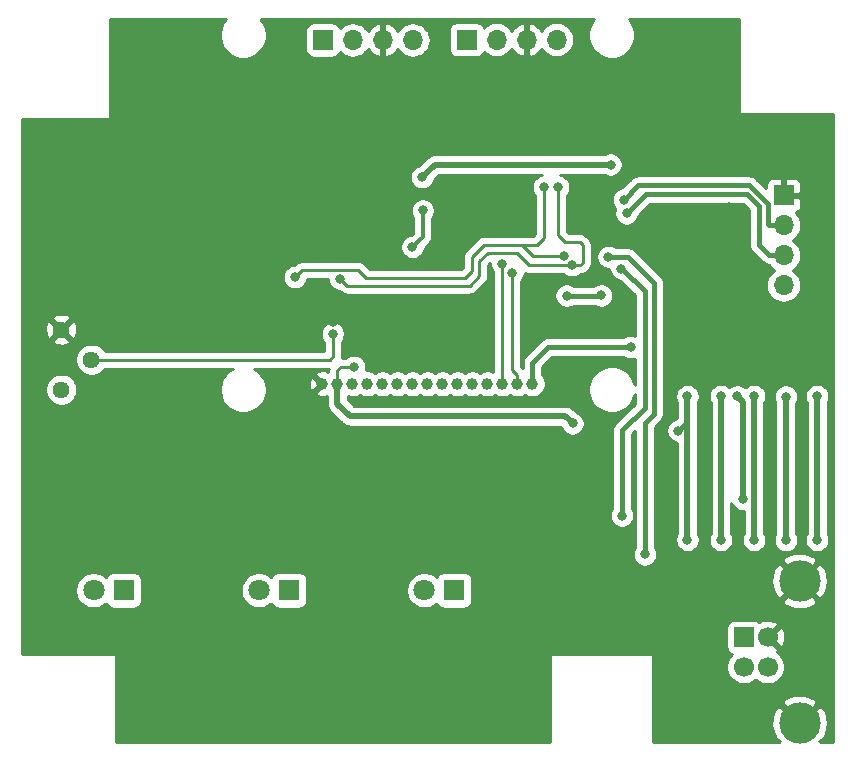
<source format=gbr>
G04 #@! TF.GenerationSoftware,KiCad,Pcbnew,(5.1.0)-1*
G04 #@! TF.CreationDate,2020-10-14T17:29:15+02:00*
G04 #@! TF.ProjectId,Waage,57616167-652e-46b6-9963-61645f706362,rev?*
G04 #@! TF.SameCoordinates,Original*
G04 #@! TF.FileFunction,Copper,L2,Bot*
G04 #@! TF.FilePolarity,Positive*
%FSLAX46Y46*%
G04 Gerber Fmt 4.6, Leading zero omitted, Abs format (unit mm)*
G04 Created by KiCad (PCBNEW (5.1.0)-1) date 2020-10-14 17:29:15*
%MOMM*%
%LPD*%
G04 APERTURE LIST*
%ADD10O,1.700000X1.700000*%
%ADD11R,1.700000X1.700000*%
%ADD12C,3.500000*%
%ADD13C,1.700000*%
%ADD14C,1.440000*%
%ADD15C,1.800000*%
%ADD16R,1.800000X1.800000*%
%ADD17C,1.000000*%
%ADD18C,0.800000*%
%ADD19C,0.300000*%
%ADD20C,0.500000*%
%ADD21C,0.250000*%
%ADD22C,0.400000*%
%ADD23C,0.254000*%
G04 APERTURE END LIST*
D10*
X113770000Y-61900000D03*
X111230000Y-61900000D03*
X108690000Y-61900000D03*
D11*
X106150000Y-61900000D03*
D10*
X125930000Y-61880000D03*
X123390000Y-61880000D03*
X120850000Y-61880000D03*
D11*
X118310000Y-61880000D03*
D10*
X145150000Y-82660000D03*
X145150000Y-80120000D03*
X145150000Y-77580000D03*
D11*
X145150000Y-75040000D03*
D12*
X146510000Y-119745000D03*
X146510000Y-107705000D03*
D13*
X143800000Y-112475000D03*
X143800000Y-114975000D03*
X141800000Y-114975000D03*
D11*
X141800000Y-112475000D03*
D14*
X84000000Y-91500000D03*
X86540000Y-88960000D03*
X84000000Y-86420000D03*
D15*
X114730000Y-108500000D03*
D16*
X117270000Y-108500000D03*
D15*
X100730000Y-108500000D03*
D16*
X103270000Y-108500000D03*
D15*
X86730000Y-108500000D03*
D16*
X89270000Y-108500000D03*
D17*
X123890000Y-91000000D03*
X122620000Y-91000000D03*
X121350000Y-91000000D03*
X120080000Y-91000000D03*
X118810000Y-91000000D03*
X117540000Y-91000000D03*
X116270000Y-91000000D03*
X115000000Y-91000000D03*
X113730000Y-91000000D03*
X112460000Y-91000000D03*
X111190000Y-91000000D03*
X109920000Y-91000000D03*
X108650000Y-91000000D03*
X107380000Y-91000000D03*
X106110000Y-91000000D03*
D18*
X137500000Y-70250000D03*
X140500000Y-76050000D03*
X136550000Y-80250000D03*
X106987500Y-85762500D03*
X126100000Y-85775000D03*
X112025000Y-83900000D03*
X129830000Y-109220000D03*
X108650000Y-75600000D03*
X123110000Y-71020000D03*
X114600000Y-76325000D03*
X113728962Y-79426432D03*
X145350000Y-92100000D03*
X142650000Y-92050000D03*
X139850000Y-92050000D03*
X137000000Y-92050000D03*
X108775000Y-89575000D03*
X148000000Y-104225000D03*
X145350000Y-104250000D03*
X142650000Y-104225000D03*
X139850000Y-104225000D03*
X137000000Y-104225000D03*
X148000000Y-92050000D03*
X127290000Y-94360000D03*
X136240000Y-94970000D03*
X114550000Y-73525000D03*
X130500000Y-72450000D03*
X141725000Y-100750000D03*
X141225000Y-92075000D03*
X126775000Y-83550000D03*
X129700000Y-83525000D03*
X127225000Y-80975000D03*
X107587500Y-82100000D03*
X126070000Y-74360000D03*
X126550000Y-80150000D03*
X103775010Y-81975010D03*
X124860000Y-74350000D03*
X131470000Y-102170000D03*
X131420000Y-81250000D03*
X133410000Y-105450000D03*
X130327500Y-80252500D03*
X122200000Y-81600000D03*
X121350000Y-80875000D03*
X106981059Y-86781364D03*
X132200000Y-87900000D03*
X131860000Y-76580000D03*
X131630000Y-75410000D03*
D19*
X114600000Y-76325000D02*
X114600000Y-78555394D01*
X114600000Y-78555394D02*
X113728962Y-79426432D01*
D20*
X145350000Y-104275000D02*
X145350000Y-92100000D01*
X142650000Y-104225000D02*
X142650000Y-92050000D01*
X139850000Y-104225000D02*
X139850000Y-92050000D01*
D21*
X108775000Y-89575000D02*
X107650000Y-89575000D01*
X107380000Y-89845000D02*
X107380000Y-91000000D01*
X107650000Y-89575000D02*
X107380000Y-89845000D01*
D20*
X148000000Y-104225000D02*
X148000000Y-92050000D01*
X107380000Y-92705000D02*
X108425000Y-93750000D01*
X107380000Y-91000000D02*
X107380000Y-92705000D01*
X137000000Y-93450000D02*
X137000000Y-92050000D01*
X126680000Y-93750000D02*
X127290000Y-94360000D01*
X125160000Y-93750000D02*
X126680000Y-93750000D01*
X108425000Y-93750000D02*
X125160000Y-93750000D01*
D22*
X137000000Y-94210000D02*
X137000000Y-93880000D01*
X136240000Y-94970000D02*
X137000000Y-94210000D01*
D20*
X137000000Y-104225000D02*
X137000000Y-93880000D01*
X137000000Y-93880000D02*
X137000000Y-93450000D01*
X141725000Y-100750000D02*
X141725000Y-92575000D01*
X141725000Y-92575000D02*
X141225000Y-92075000D01*
D22*
X129675000Y-83550000D02*
X129700000Y-83525000D01*
X126775000Y-83550000D02*
X129675000Y-83550000D01*
D20*
X115625000Y-72450000D02*
X114550000Y-73525000D01*
X130500000Y-72450000D02*
X115625000Y-72450000D01*
D21*
X119400000Y-81700000D02*
X119400000Y-81875000D01*
X120125000Y-79925000D02*
X119400000Y-80650000D01*
X127225000Y-80975000D02*
X123625000Y-80975000D01*
X122575000Y-79925000D02*
X120125000Y-79925000D01*
X118574989Y-82700011D02*
X108187511Y-82700011D01*
X123625000Y-80975000D02*
X122575000Y-79925000D01*
X119400000Y-81875000D02*
X118574989Y-82700011D01*
X108187511Y-82700011D02*
X107587500Y-82100000D01*
X119400000Y-80650000D02*
X119400000Y-81700000D01*
X126070000Y-78440000D02*
X126070000Y-74360000D01*
X127955000Y-80975000D02*
X128140000Y-80790000D01*
X127225000Y-80975000D02*
X127955000Y-80975000D01*
X128140000Y-80790000D02*
X128140000Y-79250000D01*
X128140000Y-79250000D02*
X127920000Y-79030000D01*
X127920000Y-79030000D02*
X126660000Y-79030000D01*
X126660000Y-79030000D02*
X126070000Y-78440000D01*
X126550000Y-80150000D02*
X123925000Y-80150000D01*
X123925000Y-80150000D02*
X123000000Y-79225000D01*
X119800000Y-79225000D02*
X118775000Y-80250000D01*
X118775000Y-80975000D02*
X118775000Y-81475000D01*
X118775000Y-80250000D02*
X118775000Y-80975000D01*
X118775000Y-81475000D02*
X118200000Y-82050000D01*
X118200000Y-82050000D02*
X109825000Y-82050000D01*
X109825000Y-82050000D02*
X109150000Y-81375000D01*
X109150000Y-81375000D02*
X104375020Y-81375000D01*
X104375020Y-81375000D02*
X103775010Y-81975010D01*
X124860000Y-74350000D02*
X124860000Y-78630000D01*
X124265000Y-79225000D02*
X122775000Y-79225000D01*
X124860000Y-78630000D02*
X124265000Y-79225000D01*
X123000000Y-79225000D02*
X122775000Y-79225000D01*
X122775000Y-79225000D02*
X119800000Y-79225000D01*
D22*
X131470000Y-95490000D02*
X131470000Y-94940000D01*
X131470000Y-94940000D02*
X133380000Y-93030000D01*
X133380000Y-93030000D02*
X133380000Y-83180000D01*
X133380000Y-83180000D02*
X131420000Y-81220000D01*
X131420000Y-81220000D02*
X131420000Y-81250000D01*
X131470000Y-95490000D02*
X131470000Y-102170000D01*
X133410000Y-94300000D02*
X134180000Y-93530000D01*
X134180000Y-93530000D02*
X134180000Y-82480000D01*
X134180000Y-82480000D02*
X132160000Y-80460000D01*
X132160000Y-80460000D02*
X132160000Y-80450000D01*
X131952500Y-80252500D02*
X130327500Y-80252500D01*
X132160000Y-80460000D02*
X131952500Y-80252500D01*
X133410000Y-95100000D02*
X133410000Y-105450000D01*
X133410000Y-95100000D02*
X133410000Y-94300000D01*
X133410000Y-95560000D02*
X133410000Y-95100000D01*
D21*
X122200000Y-89872894D02*
X122200000Y-87310000D01*
X122620000Y-90292894D02*
X122200000Y-89872894D01*
X122620000Y-91000000D02*
X122620000Y-90292894D01*
X122200000Y-81600000D02*
X122200000Y-87310000D01*
X121350000Y-90292894D02*
X121350000Y-87270000D01*
X121350000Y-91000000D02*
X121350000Y-90292894D01*
X121350000Y-87270000D02*
X121350000Y-80875000D01*
X86540000Y-88960000D02*
X106390000Y-88960000D01*
X106390000Y-88960000D02*
X106715000Y-88960000D01*
X106715000Y-88960000D02*
X106981059Y-88693941D01*
X106981059Y-88693941D02*
X106981059Y-86781364D01*
D22*
X125220000Y-87900000D02*
X132200000Y-87900000D01*
X123890000Y-89230000D02*
X125220000Y-87900000D01*
X123890000Y-91000000D02*
X123890000Y-89230000D01*
X143947919Y-80120000D02*
X143080000Y-79252081D01*
X145150000Y-80120000D02*
X143947919Y-80120000D01*
X143080000Y-75960000D02*
X142050000Y-74930000D01*
X143080000Y-79252081D02*
X143080000Y-75960000D01*
X135150000Y-74930000D02*
X142050000Y-74930000D01*
X131860000Y-76580000D02*
X133510000Y-74930000D01*
X133510000Y-74930000D02*
X135150000Y-74930000D01*
X143947919Y-77580000D02*
X145150000Y-77580000D01*
X143830000Y-77462081D02*
X143947919Y-77580000D01*
X143830000Y-75800000D02*
X143830000Y-77462081D01*
X142230000Y-74200000D02*
X143830000Y-75800000D01*
X132840000Y-74200000D02*
X142230000Y-74200000D01*
X131630000Y-75410000D02*
X132840000Y-74200000D01*
D23*
G36*
X97858149Y-60234636D02*
G01*
X97640915Y-60559750D01*
X97491282Y-60920997D01*
X97415000Y-61304495D01*
X97415000Y-61695505D01*
X97491282Y-62079003D01*
X97640915Y-62440250D01*
X97858149Y-62765364D01*
X98134636Y-63041851D01*
X98459750Y-63259085D01*
X98820997Y-63408718D01*
X99204495Y-63485000D01*
X99595505Y-63485000D01*
X99979003Y-63408718D01*
X100340250Y-63259085D01*
X100665364Y-63041851D01*
X100941851Y-62765364D01*
X101159085Y-62440250D01*
X101308718Y-62079003D01*
X101385000Y-61695505D01*
X101385000Y-61304495D01*
X101334379Y-61050000D01*
X104661928Y-61050000D01*
X104661928Y-62750000D01*
X104674188Y-62874482D01*
X104710498Y-62994180D01*
X104769463Y-63104494D01*
X104848815Y-63201185D01*
X104945506Y-63280537D01*
X105055820Y-63339502D01*
X105175518Y-63375812D01*
X105300000Y-63388072D01*
X107000000Y-63388072D01*
X107124482Y-63375812D01*
X107244180Y-63339502D01*
X107354494Y-63280537D01*
X107451185Y-63201185D01*
X107530537Y-63104494D01*
X107589502Y-62994180D01*
X107610393Y-62925313D01*
X107634866Y-62955134D01*
X107860986Y-63140706D01*
X108118966Y-63278599D01*
X108398889Y-63363513D01*
X108617050Y-63385000D01*
X108762950Y-63385000D01*
X108981111Y-63363513D01*
X109261034Y-63278599D01*
X109519014Y-63140706D01*
X109745134Y-62955134D01*
X109930706Y-62729014D01*
X109965201Y-62664477D01*
X110034822Y-62781355D01*
X110229731Y-62997588D01*
X110463080Y-63171641D01*
X110725901Y-63296825D01*
X110873110Y-63341476D01*
X111103000Y-63220155D01*
X111103000Y-62027000D01*
X111083000Y-62027000D01*
X111083000Y-61773000D01*
X111103000Y-61773000D01*
X111103000Y-60579845D01*
X111357000Y-60579845D01*
X111357000Y-61773000D01*
X111377000Y-61773000D01*
X111377000Y-62027000D01*
X111357000Y-62027000D01*
X111357000Y-63220155D01*
X111586890Y-63341476D01*
X111734099Y-63296825D01*
X111996920Y-63171641D01*
X112230269Y-62997588D01*
X112425178Y-62781355D01*
X112494799Y-62664477D01*
X112529294Y-62729014D01*
X112714866Y-62955134D01*
X112940986Y-63140706D01*
X113198966Y-63278599D01*
X113478889Y-63363513D01*
X113697050Y-63385000D01*
X113842950Y-63385000D01*
X114061111Y-63363513D01*
X114341034Y-63278599D01*
X114599014Y-63140706D01*
X114825134Y-62955134D01*
X115010706Y-62729014D01*
X115148599Y-62471034D01*
X115233513Y-62191111D01*
X115262185Y-61900000D01*
X115233513Y-61608889D01*
X115148599Y-61328966D01*
X115010706Y-61070986D01*
X114977070Y-61030000D01*
X116821928Y-61030000D01*
X116821928Y-62730000D01*
X116834188Y-62854482D01*
X116870498Y-62974180D01*
X116929463Y-63084494D01*
X117008815Y-63181185D01*
X117105506Y-63260537D01*
X117215820Y-63319502D01*
X117335518Y-63355812D01*
X117460000Y-63368072D01*
X119160000Y-63368072D01*
X119284482Y-63355812D01*
X119404180Y-63319502D01*
X119514494Y-63260537D01*
X119611185Y-63181185D01*
X119690537Y-63084494D01*
X119749502Y-62974180D01*
X119770393Y-62905313D01*
X119794866Y-62935134D01*
X120020986Y-63120706D01*
X120278966Y-63258599D01*
X120558889Y-63343513D01*
X120777050Y-63365000D01*
X120922950Y-63365000D01*
X121141111Y-63343513D01*
X121421034Y-63258599D01*
X121679014Y-63120706D01*
X121905134Y-62935134D01*
X122090706Y-62709014D01*
X122125201Y-62644477D01*
X122194822Y-62761355D01*
X122389731Y-62977588D01*
X122623080Y-63151641D01*
X122885901Y-63276825D01*
X123033110Y-63321476D01*
X123263000Y-63200155D01*
X123263000Y-62007000D01*
X123243000Y-62007000D01*
X123243000Y-61753000D01*
X123263000Y-61753000D01*
X123263000Y-60559845D01*
X123517000Y-60559845D01*
X123517000Y-61753000D01*
X123537000Y-61753000D01*
X123537000Y-62007000D01*
X123517000Y-62007000D01*
X123517000Y-63200155D01*
X123746890Y-63321476D01*
X123894099Y-63276825D01*
X124156920Y-63151641D01*
X124390269Y-62977588D01*
X124585178Y-62761355D01*
X124654799Y-62644477D01*
X124689294Y-62709014D01*
X124874866Y-62935134D01*
X125100986Y-63120706D01*
X125358966Y-63258599D01*
X125638889Y-63343513D01*
X125857050Y-63365000D01*
X126002950Y-63365000D01*
X126221111Y-63343513D01*
X126501034Y-63258599D01*
X126759014Y-63120706D01*
X126985134Y-62935134D01*
X127170706Y-62709014D01*
X127308599Y-62451034D01*
X127393513Y-62171111D01*
X127422185Y-61880000D01*
X127393513Y-61588889D01*
X127308599Y-61308966D01*
X127170706Y-61050986D01*
X126985134Y-60824866D01*
X126759014Y-60639294D01*
X126501034Y-60501401D01*
X126221111Y-60416487D01*
X126002950Y-60395000D01*
X125857050Y-60395000D01*
X125638889Y-60416487D01*
X125358966Y-60501401D01*
X125100986Y-60639294D01*
X124874866Y-60824866D01*
X124689294Y-61050986D01*
X124654799Y-61115523D01*
X124585178Y-60998645D01*
X124390269Y-60782412D01*
X124156920Y-60608359D01*
X123894099Y-60483175D01*
X123746890Y-60438524D01*
X123517000Y-60559845D01*
X123263000Y-60559845D01*
X123033110Y-60438524D01*
X122885901Y-60483175D01*
X122623080Y-60608359D01*
X122389731Y-60782412D01*
X122194822Y-60998645D01*
X122125201Y-61115523D01*
X122090706Y-61050986D01*
X121905134Y-60824866D01*
X121679014Y-60639294D01*
X121421034Y-60501401D01*
X121141111Y-60416487D01*
X120922950Y-60395000D01*
X120777050Y-60395000D01*
X120558889Y-60416487D01*
X120278966Y-60501401D01*
X120020986Y-60639294D01*
X119794866Y-60824866D01*
X119770393Y-60854687D01*
X119749502Y-60785820D01*
X119690537Y-60675506D01*
X119611185Y-60578815D01*
X119514494Y-60499463D01*
X119404180Y-60440498D01*
X119284482Y-60404188D01*
X119160000Y-60391928D01*
X117460000Y-60391928D01*
X117335518Y-60404188D01*
X117215820Y-60440498D01*
X117105506Y-60499463D01*
X117008815Y-60578815D01*
X116929463Y-60675506D01*
X116870498Y-60785820D01*
X116834188Y-60905518D01*
X116821928Y-61030000D01*
X114977070Y-61030000D01*
X114825134Y-60844866D01*
X114599014Y-60659294D01*
X114341034Y-60521401D01*
X114061111Y-60436487D01*
X113842950Y-60415000D01*
X113697050Y-60415000D01*
X113478889Y-60436487D01*
X113198966Y-60521401D01*
X112940986Y-60659294D01*
X112714866Y-60844866D01*
X112529294Y-61070986D01*
X112494799Y-61135523D01*
X112425178Y-61018645D01*
X112230269Y-60802412D01*
X111996920Y-60628359D01*
X111734099Y-60503175D01*
X111586890Y-60458524D01*
X111357000Y-60579845D01*
X111103000Y-60579845D01*
X110873110Y-60458524D01*
X110725901Y-60503175D01*
X110463080Y-60628359D01*
X110229731Y-60802412D01*
X110034822Y-61018645D01*
X109965201Y-61135523D01*
X109930706Y-61070986D01*
X109745134Y-60844866D01*
X109519014Y-60659294D01*
X109261034Y-60521401D01*
X108981111Y-60436487D01*
X108762950Y-60415000D01*
X108617050Y-60415000D01*
X108398889Y-60436487D01*
X108118966Y-60521401D01*
X107860986Y-60659294D01*
X107634866Y-60844866D01*
X107610393Y-60874687D01*
X107589502Y-60805820D01*
X107530537Y-60695506D01*
X107451185Y-60598815D01*
X107354494Y-60519463D01*
X107244180Y-60460498D01*
X107124482Y-60424188D01*
X107000000Y-60411928D01*
X105300000Y-60411928D01*
X105175518Y-60424188D01*
X105055820Y-60460498D01*
X104945506Y-60519463D01*
X104848815Y-60598815D01*
X104769463Y-60695506D01*
X104710498Y-60805820D01*
X104674188Y-60925518D01*
X104661928Y-61050000D01*
X101334379Y-61050000D01*
X101308718Y-60920997D01*
X101159085Y-60559750D01*
X100941851Y-60234636D01*
X100867215Y-60160000D01*
X129132785Y-60160000D01*
X129058149Y-60234636D01*
X128840915Y-60559750D01*
X128691282Y-60920997D01*
X128615000Y-61304495D01*
X128615000Y-61695505D01*
X128691282Y-62079003D01*
X128840915Y-62440250D01*
X129058149Y-62765364D01*
X129334636Y-63041851D01*
X129659750Y-63259085D01*
X130020997Y-63408718D01*
X130404495Y-63485000D01*
X130795505Y-63485000D01*
X131179003Y-63408718D01*
X131540250Y-63259085D01*
X131865364Y-63041851D01*
X132141851Y-62765364D01*
X132359085Y-62440250D01*
X132508718Y-62079003D01*
X132585000Y-61695505D01*
X132585000Y-61304495D01*
X132508718Y-60920997D01*
X132359085Y-60559750D01*
X132141851Y-60234636D01*
X132067215Y-60160000D01*
X141373000Y-60160000D01*
X141373000Y-68000000D01*
X141375440Y-68024776D01*
X141382667Y-68048601D01*
X141394403Y-68070557D01*
X141410197Y-68089803D01*
X141429443Y-68105597D01*
X141451399Y-68117333D01*
X141475224Y-68124560D01*
X141500000Y-68127000D01*
X149340000Y-68127000D01*
X149340001Y-121340000D01*
X148284608Y-121340000D01*
X148179610Y-121235002D01*
X148520766Y-121048927D01*
X148736513Y-120631591D01*
X148866696Y-120180185D01*
X148906313Y-119712054D01*
X148853842Y-119245189D01*
X148711297Y-118797532D01*
X148520766Y-118441073D01*
X148179609Y-118254997D01*
X146689605Y-119745000D01*
X146703748Y-119759142D01*
X146524142Y-119938748D01*
X146510000Y-119924605D01*
X146495858Y-119938748D01*
X146316252Y-119759142D01*
X146330395Y-119745000D01*
X144840391Y-118254997D01*
X144499234Y-118441073D01*
X144283487Y-118858409D01*
X144153304Y-119309815D01*
X144113687Y-119777946D01*
X144166158Y-120244811D01*
X144308703Y-120692468D01*
X144499234Y-121048927D01*
X144840390Y-121235002D01*
X144735392Y-121340000D01*
X134127000Y-121340000D01*
X134127000Y-118075391D01*
X145019997Y-118075391D01*
X146510000Y-119565395D01*
X148000003Y-118075391D01*
X147813927Y-117734234D01*
X147396591Y-117518487D01*
X146945185Y-117388304D01*
X146477054Y-117348687D01*
X146010189Y-117401158D01*
X145562532Y-117543703D01*
X145206073Y-117734234D01*
X145019997Y-118075391D01*
X134127000Y-118075391D01*
X134127000Y-114000000D01*
X134124560Y-113975224D01*
X134117333Y-113951399D01*
X134105597Y-113929443D01*
X134089803Y-113910197D01*
X134070557Y-113894403D01*
X134048601Y-113882667D01*
X134024776Y-113875440D01*
X134000000Y-113873000D01*
X125500000Y-113873000D01*
X125475224Y-113875440D01*
X125451399Y-113882667D01*
X125429443Y-113894403D01*
X125410197Y-113910197D01*
X125394403Y-113929443D01*
X125382667Y-113951399D01*
X125375440Y-113975224D01*
X125373000Y-114000000D01*
X125373000Y-121340000D01*
X88627000Y-121340000D01*
X88627000Y-114000000D01*
X88624560Y-113975224D01*
X88617333Y-113951399D01*
X88605597Y-113929443D01*
X88589803Y-113910197D01*
X88570557Y-113894403D01*
X88548601Y-113882667D01*
X88524776Y-113875440D01*
X88500000Y-113873000D01*
X80660000Y-113873000D01*
X80660000Y-111625000D01*
X140311928Y-111625000D01*
X140311928Y-113325000D01*
X140324188Y-113449482D01*
X140360498Y-113569180D01*
X140419463Y-113679494D01*
X140498815Y-113776185D01*
X140595506Y-113855537D01*
X140705820Y-113914502D01*
X140747690Y-113927203D01*
X140646525Y-114028368D01*
X140484010Y-114271589D01*
X140372068Y-114541842D01*
X140315000Y-114828740D01*
X140315000Y-115121260D01*
X140372068Y-115408158D01*
X140484010Y-115678411D01*
X140646525Y-115921632D01*
X140853368Y-116128475D01*
X141096589Y-116290990D01*
X141366842Y-116402932D01*
X141653740Y-116460000D01*
X141946260Y-116460000D01*
X142233158Y-116402932D01*
X142503411Y-116290990D01*
X142746632Y-116128475D01*
X142800000Y-116075107D01*
X142853368Y-116128475D01*
X143096589Y-116290990D01*
X143366842Y-116402932D01*
X143653740Y-116460000D01*
X143946260Y-116460000D01*
X144233158Y-116402932D01*
X144503411Y-116290990D01*
X144746632Y-116128475D01*
X144953475Y-115921632D01*
X145115990Y-115678411D01*
X145227932Y-115408158D01*
X145285000Y-115121260D01*
X145285000Y-114828740D01*
X145227932Y-114541842D01*
X145115990Y-114271589D01*
X144953475Y-114028368D01*
X144746632Y-113821525D01*
X144583590Y-113712584D01*
X144648792Y-113503397D01*
X143800000Y-112654605D01*
X143785858Y-112668748D01*
X143606253Y-112489143D01*
X143620395Y-112475000D01*
X143979605Y-112475000D01*
X144828397Y-113323792D01*
X145077472Y-113246157D01*
X145203371Y-112982117D01*
X145275339Y-112698589D01*
X145290611Y-112406469D01*
X145248599Y-112116981D01*
X145150919Y-111841253D01*
X145077472Y-111703843D01*
X144828397Y-111626208D01*
X143979605Y-112475000D01*
X143620395Y-112475000D01*
X143606253Y-112460858D01*
X143785858Y-112281253D01*
X143800000Y-112295395D01*
X144648792Y-111446603D01*
X144571157Y-111197528D01*
X144307117Y-111071629D01*
X144023589Y-110999661D01*
X143731469Y-110984389D01*
X143441981Y-111026401D01*
X143166253Y-111124081D01*
X143090150Y-111164759D01*
X143004494Y-111094463D01*
X142894180Y-111035498D01*
X142774482Y-110999188D01*
X142650000Y-110986928D01*
X140950000Y-110986928D01*
X140825518Y-110999188D01*
X140705820Y-111035498D01*
X140595506Y-111094463D01*
X140498815Y-111173815D01*
X140419463Y-111270506D01*
X140360498Y-111380820D01*
X140324188Y-111500518D01*
X140311928Y-111625000D01*
X80660000Y-111625000D01*
X80660000Y-108348816D01*
X85195000Y-108348816D01*
X85195000Y-108651184D01*
X85253989Y-108947743D01*
X85369701Y-109227095D01*
X85537688Y-109478505D01*
X85751495Y-109692312D01*
X86002905Y-109860299D01*
X86282257Y-109976011D01*
X86578816Y-110035000D01*
X86881184Y-110035000D01*
X87177743Y-109976011D01*
X87457095Y-109860299D01*
X87708505Y-109692312D01*
X87774944Y-109625873D01*
X87780498Y-109644180D01*
X87839463Y-109754494D01*
X87918815Y-109851185D01*
X88015506Y-109930537D01*
X88125820Y-109989502D01*
X88245518Y-110025812D01*
X88370000Y-110038072D01*
X90170000Y-110038072D01*
X90294482Y-110025812D01*
X90414180Y-109989502D01*
X90524494Y-109930537D01*
X90621185Y-109851185D01*
X90700537Y-109754494D01*
X90759502Y-109644180D01*
X90795812Y-109524482D01*
X90808072Y-109400000D01*
X90808072Y-108348816D01*
X99195000Y-108348816D01*
X99195000Y-108651184D01*
X99253989Y-108947743D01*
X99369701Y-109227095D01*
X99537688Y-109478505D01*
X99751495Y-109692312D01*
X100002905Y-109860299D01*
X100282257Y-109976011D01*
X100578816Y-110035000D01*
X100881184Y-110035000D01*
X101177743Y-109976011D01*
X101457095Y-109860299D01*
X101708505Y-109692312D01*
X101774944Y-109625873D01*
X101780498Y-109644180D01*
X101839463Y-109754494D01*
X101918815Y-109851185D01*
X102015506Y-109930537D01*
X102125820Y-109989502D01*
X102245518Y-110025812D01*
X102370000Y-110038072D01*
X104170000Y-110038072D01*
X104294482Y-110025812D01*
X104414180Y-109989502D01*
X104524494Y-109930537D01*
X104621185Y-109851185D01*
X104700537Y-109754494D01*
X104759502Y-109644180D01*
X104795812Y-109524482D01*
X104808072Y-109400000D01*
X104808072Y-108348816D01*
X113195000Y-108348816D01*
X113195000Y-108651184D01*
X113253989Y-108947743D01*
X113369701Y-109227095D01*
X113537688Y-109478505D01*
X113751495Y-109692312D01*
X114002905Y-109860299D01*
X114282257Y-109976011D01*
X114578816Y-110035000D01*
X114881184Y-110035000D01*
X115177743Y-109976011D01*
X115457095Y-109860299D01*
X115708505Y-109692312D01*
X115774944Y-109625873D01*
X115780498Y-109644180D01*
X115839463Y-109754494D01*
X115918815Y-109851185D01*
X116015506Y-109930537D01*
X116125820Y-109989502D01*
X116245518Y-110025812D01*
X116370000Y-110038072D01*
X118170000Y-110038072D01*
X118294482Y-110025812D01*
X118414180Y-109989502D01*
X118524494Y-109930537D01*
X118621185Y-109851185D01*
X118700537Y-109754494D01*
X118759502Y-109644180D01*
X118795812Y-109524482D01*
X118808072Y-109400000D01*
X118808072Y-109374609D01*
X145019997Y-109374609D01*
X145206073Y-109715766D01*
X145623409Y-109931513D01*
X146074815Y-110061696D01*
X146542946Y-110101313D01*
X147009811Y-110048842D01*
X147457468Y-109906297D01*
X147813927Y-109715766D01*
X148000003Y-109374609D01*
X146510000Y-107884605D01*
X145019997Y-109374609D01*
X118808072Y-109374609D01*
X118808072Y-107737946D01*
X144113687Y-107737946D01*
X144166158Y-108204811D01*
X144308703Y-108652468D01*
X144499234Y-109008927D01*
X144840391Y-109195003D01*
X146330395Y-107705000D01*
X146689605Y-107705000D01*
X148179609Y-109195003D01*
X148520766Y-109008927D01*
X148736513Y-108591591D01*
X148866696Y-108140185D01*
X148906313Y-107672054D01*
X148853842Y-107205189D01*
X148711297Y-106757532D01*
X148520766Y-106401073D01*
X148179609Y-106214997D01*
X146689605Y-107705000D01*
X146330395Y-107705000D01*
X144840391Y-106214997D01*
X144499234Y-106401073D01*
X144283487Y-106818409D01*
X144153304Y-107269815D01*
X144113687Y-107737946D01*
X118808072Y-107737946D01*
X118808072Y-107600000D01*
X118795812Y-107475518D01*
X118759502Y-107355820D01*
X118700537Y-107245506D01*
X118621185Y-107148815D01*
X118524494Y-107069463D01*
X118414180Y-107010498D01*
X118294482Y-106974188D01*
X118170000Y-106961928D01*
X116370000Y-106961928D01*
X116245518Y-106974188D01*
X116125820Y-107010498D01*
X116015506Y-107069463D01*
X115918815Y-107148815D01*
X115839463Y-107245506D01*
X115780498Y-107355820D01*
X115774944Y-107374127D01*
X115708505Y-107307688D01*
X115457095Y-107139701D01*
X115177743Y-107023989D01*
X114881184Y-106965000D01*
X114578816Y-106965000D01*
X114282257Y-107023989D01*
X114002905Y-107139701D01*
X113751495Y-107307688D01*
X113537688Y-107521495D01*
X113369701Y-107772905D01*
X113253989Y-108052257D01*
X113195000Y-108348816D01*
X104808072Y-108348816D01*
X104808072Y-107600000D01*
X104795812Y-107475518D01*
X104759502Y-107355820D01*
X104700537Y-107245506D01*
X104621185Y-107148815D01*
X104524494Y-107069463D01*
X104414180Y-107010498D01*
X104294482Y-106974188D01*
X104170000Y-106961928D01*
X102370000Y-106961928D01*
X102245518Y-106974188D01*
X102125820Y-107010498D01*
X102015506Y-107069463D01*
X101918815Y-107148815D01*
X101839463Y-107245506D01*
X101780498Y-107355820D01*
X101774944Y-107374127D01*
X101708505Y-107307688D01*
X101457095Y-107139701D01*
X101177743Y-107023989D01*
X100881184Y-106965000D01*
X100578816Y-106965000D01*
X100282257Y-107023989D01*
X100002905Y-107139701D01*
X99751495Y-107307688D01*
X99537688Y-107521495D01*
X99369701Y-107772905D01*
X99253989Y-108052257D01*
X99195000Y-108348816D01*
X90808072Y-108348816D01*
X90808072Y-107600000D01*
X90795812Y-107475518D01*
X90759502Y-107355820D01*
X90700537Y-107245506D01*
X90621185Y-107148815D01*
X90524494Y-107069463D01*
X90414180Y-107010498D01*
X90294482Y-106974188D01*
X90170000Y-106961928D01*
X88370000Y-106961928D01*
X88245518Y-106974188D01*
X88125820Y-107010498D01*
X88015506Y-107069463D01*
X87918815Y-107148815D01*
X87839463Y-107245506D01*
X87780498Y-107355820D01*
X87774944Y-107374127D01*
X87708505Y-107307688D01*
X87457095Y-107139701D01*
X87177743Y-107023989D01*
X86881184Y-106965000D01*
X86578816Y-106965000D01*
X86282257Y-107023989D01*
X86002905Y-107139701D01*
X85751495Y-107307688D01*
X85537688Y-107521495D01*
X85369701Y-107772905D01*
X85253989Y-108052257D01*
X85195000Y-108348816D01*
X80660000Y-108348816D01*
X80660000Y-91366544D01*
X82645000Y-91366544D01*
X82645000Y-91633456D01*
X82697072Y-91895239D01*
X82799215Y-92141833D01*
X82947503Y-92363762D01*
X83136238Y-92552497D01*
X83358167Y-92700785D01*
X83604761Y-92802928D01*
X83866544Y-92855000D01*
X84133456Y-92855000D01*
X84395239Y-92802928D01*
X84641833Y-92700785D01*
X84863762Y-92552497D01*
X85052497Y-92363762D01*
X85200785Y-92141833D01*
X85302928Y-91895239D01*
X85355000Y-91633456D01*
X85355000Y-91366544D01*
X85302928Y-91104761D01*
X85200785Y-90858167D01*
X85052497Y-90636238D01*
X84863762Y-90447503D01*
X84641833Y-90299215D01*
X84395239Y-90197072D01*
X84133456Y-90145000D01*
X83866544Y-90145000D01*
X83604761Y-90197072D01*
X83358167Y-90299215D01*
X83136238Y-90447503D01*
X82947503Y-90636238D01*
X82799215Y-90858167D01*
X82697072Y-91104761D01*
X82645000Y-91366544D01*
X80660000Y-91366544D01*
X80660000Y-88826544D01*
X85185000Y-88826544D01*
X85185000Y-89093456D01*
X85237072Y-89355239D01*
X85339215Y-89601833D01*
X85487503Y-89823762D01*
X85676238Y-90012497D01*
X85898167Y-90160785D01*
X86144761Y-90262928D01*
X86406544Y-90315000D01*
X86673456Y-90315000D01*
X86935239Y-90262928D01*
X87181833Y-90160785D01*
X87403762Y-90012497D01*
X87592497Y-89823762D01*
X87661828Y-89720000D01*
X98510243Y-89720000D01*
X98459750Y-89740915D01*
X98134636Y-89958149D01*
X97858149Y-90234636D01*
X97640915Y-90559750D01*
X97491282Y-90920997D01*
X97415000Y-91304495D01*
X97415000Y-91695505D01*
X97491282Y-92079003D01*
X97640915Y-92440250D01*
X97858149Y-92765364D01*
X98134636Y-93041851D01*
X98459750Y-93259085D01*
X98820997Y-93408718D01*
X99204495Y-93485000D01*
X99595505Y-93485000D01*
X99979003Y-93408718D01*
X100340250Y-93259085D01*
X100665364Y-93041851D01*
X100941851Y-92765364D01*
X101159085Y-92440250D01*
X101308718Y-92079003D01*
X101385000Y-91695505D01*
X101385000Y-91304495D01*
X101340825Y-91082406D01*
X104972489Y-91082406D01*
X105010423Y-91302740D01*
X105090613Y-91511440D01*
X105118412Y-91563450D01*
X105331834Y-91598561D01*
X105930395Y-91000000D01*
X105331834Y-90401439D01*
X105118412Y-90436550D01*
X105027542Y-90640826D01*
X104978269Y-90858905D01*
X104972489Y-91082406D01*
X101340825Y-91082406D01*
X101308718Y-90920997D01*
X101159085Y-90559750D01*
X100941851Y-90234636D01*
X100665364Y-89958149D01*
X100340250Y-89740915D01*
X100289757Y-89720000D01*
X106628635Y-89720000D01*
X106620000Y-89807668D01*
X106620000Y-89807678D01*
X106616324Y-89845000D01*
X106620000Y-89882323D01*
X106620000Y-89984635D01*
X106469174Y-89917542D01*
X106251095Y-89868269D01*
X106027594Y-89862489D01*
X105807260Y-89900423D01*
X105598560Y-89980613D01*
X105546550Y-90008412D01*
X105511439Y-90221834D01*
X106110000Y-90820395D01*
X106124143Y-90806253D01*
X106245000Y-90927110D01*
X106245000Y-91072890D01*
X106124143Y-91193748D01*
X106110000Y-91179605D01*
X105511439Y-91778166D01*
X105546550Y-91991588D01*
X105750826Y-92082458D01*
X105968905Y-92131731D01*
X106192406Y-92137511D01*
X106412740Y-92099577D01*
X106495001Y-92067970D01*
X106495001Y-92661521D01*
X106490719Y-92705000D01*
X106507805Y-92878490D01*
X106558412Y-93045313D01*
X106640590Y-93199059D01*
X106723468Y-93300046D01*
X106723471Y-93300049D01*
X106751184Y-93333817D01*
X106784951Y-93361529D01*
X107768470Y-94345049D01*
X107796183Y-94378817D01*
X107829951Y-94406530D01*
X107829953Y-94406532D01*
X107832438Y-94408571D01*
X107930941Y-94489411D01*
X108084687Y-94571589D01*
X108251510Y-94622195D01*
X108381523Y-94635000D01*
X108381533Y-94635000D01*
X108424999Y-94639281D01*
X108468465Y-94635000D01*
X126289424Y-94635000D01*
X126294774Y-94661898D01*
X126372795Y-94850256D01*
X126486063Y-95019774D01*
X126630226Y-95163937D01*
X126799744Y-95277205D01*
X126988102Y-95355226D01*
X127188061Y-95395000D01*
X127391939Y-95395000D01*
X127591898Y-95355226D01*
X127780256Y-95277205D01*
X127949774Y-95163937D01*
X128093937Y-95019774D01*
X128207205Y-94850256D01*
X128285226Y-94661898D01*
X128325000Y-94461939D01*
X128325000Y-94258061D01*
X128285226Y-94058102D01*
X128207205Y-93869744D01*
X128093937Y-93700226D01*
X127949774Y-93556063D01*
X127780256Y-93442795D01*
X127591898Y-93364774D01*
X127535043Y-93353465D01*
X127336534Y-93154956D01*
X127308817Y-93121183D01*
X127174059Y-93010589D01*
X127020313Y-92928411D01*
X126853490Y-92877805D01*
X126723477Y-92865000D01*
X126723469Y-92865000D01*
X126680000Y-92860719D01*
X126636531Y-92865000D01*
X108791579Y-92865000D01*
X108265000Y-92338422D01*
X108265000Y-92069043D01*
X108318933Y-92091383D01*
X108538212Y-92135000D01*
X108761788Y-92135000D01*
X108981067Y-92091383D01*
X109187624Y-92005824D01*
X109285000Y-91940759D01*
X109382376Y-92005824D01*
X109588933Y-92091383D01*
X109808212Y-92135000D01*
X110031788Y-92135000D01*
X110251067Y-92091383D01*
X110457624Y-92005824D01*
X110555000Y-91940759D01*
X110652376Y-92005824D01*
X110858933Y-92091383D01*
X111078212Y-92135000D01*
X111301788Y-92135000D01*
X111521067Y-92091383D01*
X111727624Y-92005824D01*
X111825000Y-91940759D01*
X111922376Y-92005824D01*
X112128933Y-92091383D01*
X112348212Y-92135000D01*
X112571788Y-92135000D01*
X112791067Y-92091383D01*
X112997624Y-92005824D01*
X113095000Y-91940759D01*
X113192376Y-92005824D01*
X113398933Y-92091383D01*
X113618212Y-92135000D01*
X113841788Y-92135000D01*
X114061067Y-92091383D01*
X114267624Y-92005824D01*
X114365000Y-91940759D01*
X114462376Y-92005824D01*
X114668933Y-92091383D01*
X114888212Y-92135000D01*
X115111788Y-92135000D01*
X115331067Y-92091383D01*
X115537624Y-92005824D01*
X115635000Y-91940759D01*
X115732376Y-92005824D01*
X115938933Y-92091383D01*
X116158212Y-92135000D01*
X116381788Y-92135000D01*
X116601067Y-92091383D01*
X116807624Y-92005824D01*
X116905000Y-91940759D01*
X117002376Y-92005824D01*
X117208933Y-92091383D01*
X117428212Y-92135000D01*
X117651788Y-92135000D01*
X117871067Y-92091383D01*
X118077624Y-92005824D01*
X118175000Y-91940759D01*
X118272376Y-92005824D01*
X118478933Y-92091383D01*
X118698212Y-92135000D01*
X118921788Y-92135000D01*
X119141067Y-92091383D01*
X119347624Y-92005824D01*
X119445000Y-91940759D01*
X119542376Y-92005824D01*
X119748933Y-92091383D01*
X119968212Y-92135000D01*
X120191788Y-92135000D01*
X120411067Y-92091383D01*
X120617624Y-92005824D01*
X120715000Y-91940759D01*
X120812376Y-92005824D01*
X121018933Y-92091383D01*
X121238212Y-92135000D01*
X121461788Y-92135000D01*
X121681067Y-92091383D01*
X121887624Y-92005824D01*
X121985000Y-91940759D01*
X122082376Y-92005824D01*
X122288933Y-92091383D01*
X122508212Y-92135000D01*
X122731788Y-92135000D01*
X122951067Y-92091383D01*
X123157624Y-92005824D01*
X123255000Y-91940759D01*
X123352376Y-92005824D01*
X123558933Y-92091383D01*
X123778212Y-92135000D01*
X124001788Y-92135000D01*
X124221067Y-92091383D01*
X124427624Y-92005824D01*
X124613520Y-91881612D01*
X124771612Y-91723520D01*
X124895824Y-91537624D01*
X124981383Y-91331067D01*
X125025000Y-91111788D01*
X125025000Y-90888212D01*
X124981383Y-90668933D01*
X124895824Y-90462376D01*
X124771612Y-90276480D01*
X124725000Y-90229868D01*
X124725000Y-89575867D01*
X125565868Y-88735000D01*
X131586715Y-88735000D01*
X131709744Y-88817205D01*
X131898102Y-88895226D01*
X132098061Y-88935000D01*
X132301939Y-88935000D01*
X132501898Y-88895226D01*
X132545000Y-88877372D01*
X132545000Y-91103401D01*
X132508718Y-90920997D01*
X132359085Y-90559750D01*
X132141851Y-90234636D01*
X131865364Y-89958149D01*
X131540250Y-89740915D01*
X131179003Y-89591282D01*
X130795505Y-89515000D01*
X130404495Y-89515000D01*
X130020997Y-89591282D01*
X129659750Y-89740915D01*
X129334636Y-89958149D01*
X129058149Y-90234636D01*
X128840915Y-90559750D01*
X128691282Y-90920997D01*
X128615000Y-91304495D01*
X128615000Y-91695505D01*
X128691282Y-92079003D01*
X128840915Y-92440250D01*
X129058149Y-92765364D01*
X129334636Y-93041851D01*
X129659750Y-93259085D01*
X130020997Y-93408718D01*
X130404495Y-93485000D01*
X130795505Y-93485000D01*
X131179003Y-93408718D01*
X131540250Y-93259085D01*
X131865364Y-93041851D01*
X132141851Y-92765364D01*
X132359085Y-92440250D01*
X132508718Y-92079003D01*
X132545000Y-91896599D01*
X132545000Y-92684131D01*
X130908574Y-94320559D01*
X130876710Y-94346709D01*
X130850562Y-94378571D01*
X130772364Y-94473855D01*
X130741773Y-94531086D01*
X130694828Y-94618913D01*
X130648563Y-94771430D01*
X130647082Y-94776312D01*
X130630960Y-94940000D01*
X130635000Y-94981018D01*
X130635000Y-95448982D01*
X130635001Y-101556714D01*
X130552795Y-101679744D01*
X130474774Y-101868102D01*
X130435000Y-102068061D01*
X130435000Y-102271939D01*
X130474774Y-102471898D01*
X130552795Y-102660256D01*
X130666063Y-102829774D01*
X130810226Y-102973937D01*
X130979744Y-103087205D01*
X131168102Y-103165226D01*
X131368061Y-103205000D01*
X131571939Y-103205000D01*
X131771898Y-103165226D01*
X131960256Y-103087205D01*
X132129774Y-102973937D01*
X132273937Y-102829774D01*
X132387205Y-102660256D01*
X132465226Y-102471898D01*
X132505000Y-102271939D01*
X132505000Y-102068061D01*
X132465226Y-101868102D01*
X132387205Y-101679744D01*
X132305000Y-101556715D01*
X132305000Y-95285867D01*
X132575000Y-95015868D01*
X132575000Y-95058982D01*
X132575001Y-104836714D01*
X132492795Y-104959744D01*
X132414774Y-105148102D01*
X132375000Y-105348061D01*
X132375000Y-105551939D01*
X132414774Y-105751898D01*
X132492795Y-105940256D01*
X132606063Y-106109774D01*
X132750226Y-106253937D01*
X132919744Y-106367205D01*
X133108102Y-106445226D01*
X133308061Y-106485000D01*
X133511939Y-106485000D01*
X133711898Y-106445226D01*
X133900256Y-106367205D01*
X134069774Y-106253937D01*
X134213937Y-106109774D01*
X134263637Y-106035391D01*
X145019997Y-106035391D01*
X146510000Y-107525395D01*
X148000003Y-106035391D01*
X147813927Y-105694234D01*
X147396591Y-105478487D01*
X146945185Y-105348304D01*
X146477054Y-105308687D01*
X146010189Y-105361158D01*
X145562532Y-105503703D01*
X145206073Y-105694234D01*
X145019997Y-106035391D01*
X134263637Y-106035391D01*
X134327205Y-105940256D01*
X134405226Y-105751898D01*
X134445000Y-105551939D01*
X134445000Y-105348061D01*
X134405226Y-105148102D01*
X134327205Y-104959744D01*
X134245000Y-104836715D01*
X134245000Y-94868061D01*
X135205000Y-94868061D01*
X135205000Y-95071939D01*
X135244774Y-95271898D01*
X135322795Y-95460256D01*
X135436063Y-95629774D01*
X135580226Y-95773937D01*
X135749744Y-95887205D01*
X135938102Y-95965226D01*
X136115001Y-96000413D01*
X136115000Y-103686546D01*
X136082795Y-103734744D01*
X136004774Y-103923102D01*
X135965000Y-104123061D01*
X135965000Y-104326939D01*
X136004774Y-104526898D01*
X136082795Y-104715256D01*
X136196063Y-104884774D01*
X136340226Y-105028937D01*
X136509744Y-105142205D01*
X136698102Y-105220226D01*
X136898061Y-105260000D01*
X137101939Y-105260000D01*
X137301898Y-105220226D01*
X137490256Y-105142205D01*
X137659774Y-105028937D01*
X137803937Y-104884774D01*
X137917205Y-104715256D01*
X137995226Y-104526898D01*
X138035000Y-104326939D01*
X138035000Y-104123061D01*
X137995226Y-103923102D01*
X137917205Y-103734744D01*
X137885000Y-103686546D01*
X137885000Y-92588454D01*
X137917205Y-92540256D01*
X137995226Y-92351898D01*
X138035000Y-92151939D01*
X138035000Y-91948061D01*
X138815000Y-91948061D01*
X138815000Y-92151939D01*
X138854774Y-92351898D01*
X138932795Y-92540256D01*
X138965001Y-92588456D01*
X138965000Y-103686546D01*
X138932795Y-103734744D01*
X138854774Y-103923102D01*
X138815000Y-104123061D01*
X138815000Y-104326939D01*
X138854774Y-104526898D01*
X138932795Y-104715256D01*
X139046063Y-104884774D01*
X139190226Y-105028937D01*
X139359744Y-105142205D01*
X139548102Y-105220226D01*
X139748061Y-105260000D01*
X139951939Y-105260000D01*
X140151898Y-105220226D01*
X140340256Y-105142205D01*
X140509774Y-105028937D01*
X140653937Y-104884774D01*
X140767205Y-104715256D01*
X140845226Y-104526898D01*
X140885000Y-104326939D01*
X140885000Y-104123061D01*
X140845226Y-103923102D01*
X140767205Y-103734744D01*
X140735000Y-103686546D01*
X140735000Y-101064515D01*
X140807795Y-101240256D01*
X140921063Y-101409774D01*
X141065226Y-101553937D01*
X141234744Y-101667205D01*
X141423102Y-101745226D01*
X141623061Y-101785000D01*
X141765000Y-101785000D01*
X141765000Y-103686546D01*
X141732795Y-103734744D01*
X141654774Y-103923102D01*
X141615000Y-104123061D01*
X141615000Y-104326939D01*
X141654774Y-104526898D01*
X141732795Y-104715256D01*
X141846063Y-104884774D01*
X141990226Y-105028937D01*
X142159744Y-105142205D01*
X142348102Y-105220226D01*
X142548061Y-105260000D01*
X142751939Y-105260000D01*
X142951898Y-105220226D01*
X143140256Y-105142205D01*
X143309774Y-105028937D01*
X143453937Y-104884774D01*
X143567205Y-104715256D01*
X143645226Y-104526898D01*
X143685000Y-104326939D01*
X143685000Y-104123061D01*
X143645226Y-103923102D01*
X143567205Y-103734744D01*
X143535000Y-103686546D01*
X143535000Y-92588454D01*
X143567205Y-92540256D01*
X143645226Y-92351898D01*
X143685000Y-92151939D01*
X143685000Y-91998061D01*
X144315000Y-91998061D01*
X144315000Y-92201939D01*
X144354774Y-92401898D01*
X144432795Y-92590256D01*
X144465001Y-92638456D01*
X144465000Y-103711546D01*
X144432795Y-103759744D01*
X144354774Y-103948102D01*
X144315000Y-104148061D01*
X144315000Y-104351939D01*
X144354774Y-104551898D01*
X144432795Y-104740256D01*
X144546063Y-104909774D01*
X144690226Y-105053937D01*
X144859744Y-105167205D01*
X145048102Y-105245226D01*
X145248061Y-105285000D01*
X145451939Y-105285000D01*
X145651898Y-105245226D01*
X145840256Y-105167205D01*
X146009774Y-105053937D01*
X146153937Y-104909774D01*
X146267205Y-104740256D01*
X146345226Y-104551898D01*
X146385000Y-104351939D01*
X146385000Y-104148061D01*
X146345226Y-103948102D01*
X146267205Y-103759744D01*
X146235000Y-103711546D01*
X146235000Y-92638454D01*
X146267205Y-92590256D01*
X146345226Y-92401898D01*
X146385000Y-92201939D01*
X146385000Y-91998061D01*
X146375055Y-91948061D01*
X146965000Y-91948061D01*
X146965000Y-92151939D01*
X147004774Y-92351898D01*
X147082795Y-92540256D01*
X147115001Y-92588456D01*
X147115000Y-103686546D01*
X147082795Y-103734744D01*
X147004774Y-103923102D01*
X146965000Y-104123061D01*
X146965000Y-104326939D01*
X147004774Y-104526898D01*
X147082795Y-104715256D01*
X147196063Y-104884774D01*
X147340226Y-105028937D01*
X147509744Y-105142205D01*
X147698102Y-105220226D01*
X147898061Y-105260000D01*
X148101939Y-105260000D01*
X148301898Y-105220226D01*
X148490256Y-105142205D01*
X148659774Y-105028937D01*
X148803937Y-104884774D01*
X148917205Y-104715256D01*
X148995226Y-104526898D01*
X149035000Y-104326939D01*
X149035000Y-104123061D01*
X148995226Y-103923102D01*
X148917205Y-103734744D01*
X148885000Y-103686546D01*
X148885000Y-92588454D01*
X148917205Y-92540256D01*
X148995226Y-92351898D01*
X149035000Y-92151939D01*
X149035000Y-91948061D01*
X148995226Y-91748102D01*
X148917205Y-91559744D01*
X148803937Y-91390226D01*
X148659774Y-91246063D01*
X148490256Y-91132795D01*
X148301898Y-91054774D01*
X148101939Y-91015000D01*
X147898061Y-91015000D01*
X147698102Y-91054774D01*
X147509744Y-91132795D01*
X147340226Y-91246063D01*
X147196063Y-91390226D01*
X147082795Y-91559744D01*
X147004774Y-91748102D01*
X146965000Y-91948061D01*
X146375055Y-91948061D01*
X146345226Y-91798102D01*
X146267205Y-91609744D01*
X146153937Y-91440226D01*
X146009774Y-91296063D01*
X145840256Y-91182795D01*
X145651898Y-91104774D01*
X145451939Y-91065000D01*
X145248061Y-91065000D01*
X145048102Y-91104774D01*
X144859744Y-91182795D01*
X144690226Y-91296063D01*
X144546063Y-91440226D01*
X144432795Y-91609744D01*
X144354774Y-91798102D01*
X144315000Y-91998061D01*
X143685000Y-91998061D01*
X143685000Y-91948061D01*
X143645226Y-91748102D01*
X143567205Y-91559744D01*
X143453937Y-91390226D01*
X143309774Y-91246063D01*
X143140256Y-91132795D01*
X142951898Y-91054774D01*
X142751939Y-91015000D01*
X142548061Y-91015000D01*
X142348102Y-91054774D01*
X142159744Y-91132795D01*
X141990226Y-91246063D01*
X141925000Y-91311289D01*
X141884774Y-91271063D01*
X141715256Y-91157795D01*
X141526898Y-91079774D01*
X141326939Y-91040000D01*
X141123061Y-91040000D01*
X140923102Y-91079774D01*
X140734744Y-91157795D01*
X140565226Y-91271063D01*
X140550000Y-91286289D01*
X140509774Y-91246063D01*
X140340256Y-91132795D01*
X140151898Y-91054774D01*
X139951939Y-91015000D01*
X139748061Y-91015000D01*
X139548102Y-91054774D01*
X139359744Y-91132795D01*
X139190226Y-91246063D01*
X139046063Y-91390226D01*
X138932795Y-91559744D01*
X138854774Y-91748102D01*
X138815000Y-91948061D01*
X138035000Y-91948061D01*
X137995226Y-91748102D01*
X137917205Y-91559744D01*
X137803937Y-91390226D01*
X137659774Y-91246063D01*
X137490256Y-91132795D01*
X137301898Y-91054774D01*
X137101939Y-91015000D01*
X136898061Y-91015000D01*
X136698102Y-91054774D01*
X136509744Y-91132795D01*
X136340226Y-91246063D01*
X136196063Y-91390226D01*
X136082795Y-91559744D01*
X136004774Y-91748102D01*
X135965000Y-91948061D01*
X135965000Y-92151939D01*
X136004774Y-92351898D01*
X136082795Y-92540256D01*
X136115001Y-92588455D01*
X136115000Y-93406522D01*
X136115000Y-93914132D01*
X136083225Y-93945907D01*
X135938102Y-93974774D01*
X135749744Y-94052795D01*
X135580226Y-94166063D01*
X135436063Y-94310226D01*
X135322795Y-94479744D01*
X135244774Y-94668102D01*
X135205000Y-94868061D01*
X134245000Y-94868061D01*
X134245000Y-94645867D01*
X134741427Y-94149440D01*
X134773291Y-94123291D01*
X134877636Y-93996146D01*
X134955172Y-93851087D01*
X135002918Y-93693689D01*
X135015000Y-93571019D01*
X135015000Y-93571009D01*
X135019039Y-93530001D01*
X135015000Y-93488993D01*
X135015000Y-82521007D01*
X135019039Y-82479999D01*
X135015000Y-82438991D01*
X135015000Y-82438981D01*
X135002918Y-82316311D01*
X134955172Y-82158913D01*
X134877636Y-82013854D01*
X134773291Y-81886709D01*
X134741427Y-81860559D01*
X132825208Y-79944341D01*
X132753291Y-79856709D01*
X132665656Y-79784789D01*
X132571946Y-79691079D01*
X132545791Y-79659209D01*
X132418646Y-79554864D01*
X132273587Y-79477328D01*
X132116189Y-79429582D01*
X131993519Y-79417500D01*
X131993518Y-79417500D01*
X131952500Y-79413460D01*
X131911482Y-79417500D01*
X130940785Y-79417500D01*
X130817756Y-79335295D01*
X130629398Y-79257274D01*
X130429439Y-79217500D01*
X130225561Y-79217500D01*
X130025602Y-79257274D01*
X129837244Y-79335295D01*
X129667726Y-79448563D01*
X129523563Y-79592726D01*
X129410295Y-79762244D01*
X129332274Y-79950602D01*
X129292500Y-80150561D01*
X129292500Y-80354439D01*
X129332274Y-80554398D01*
X129410295Y-80742756D01*
X129523563Y-80912274D01*
X129667726Y-81056437D01*
X129837244Y-81169705D01*
X130025602Y-81247726D01*
X130225561Y-81287500D01*
X130385000Y-81287500D01*
X130385000Y-81351939D01*
X130424774Y-81551898D01*
X130502795Y-81740256D01*
X130616063Y-81909774D01*
X130760226Y-82053937D01*
X130929744Y-82167205D01*
X131118102Y-82245226D01*
X131300674Y-82281542D01*
X132545001Y-83525870D01*
X132545001Y-86922628D01*
X132501898Y-86904774D01*
X132301939Y-86865000D01*
X132098061Y-86865000D01*
X131898102Y-86904774D01*
X131709744Y-86982795D01*
X131586715Y-87065000D01*
X125261018Y-87065000D01*
X125219999Y-87060960D01*
X125178981Y-87065000D01*
X125056311Y-87077082D01*
X124898913Y-87124828D01*
X124753854Y-87202364D01*
X124626709Y-87306709D01*
X124600558Y-87338574D01*
X123328574Y-88610559D01*
X123296710Y-88636709D01*
X123219103Y-88731274D01*
X123192364Y-88763855D01*
X123114828Y-88908914D01*
X123067082Y-89066312D01*
X123050960Y-89230000D01*
X123055001Y-89271028D01*
X123055001Y-89653094D01*
X122960000Y-89558093D01*
X122960000Y-83448061D01*
X125740000Y-83448061D01*
X125740000Y-83651939D01*
X125779774Y-83851898D01*
X125857795Y-84040256D01*
X125971063Y-84209774D01*
X126115226Y-84353937D01*
X126284744Y-84467205D01*
X126473102Y-84545226D01*
X126673061Y-84585000D01*
X126876939Y-84585000D01*
X127076898Y-84545226D01*
X127265256Y-84467205D01*
X127388285Y-84385000D01*
X129124130Y-84385000D01*
X129209744Y-84442205D01*
X129398102Y-84520226D01*
X129598061Y-84560000D01*
X129801939Y-84560000D01*
X130001898Y-84520226D01*
X130190256Y-84442205D01*
X130359774Y-84328937D01*
X130503937Y-84184774D01*
X130617205Y-84015256D01*
X130695226Y-83826898D01*
X130735000Y-83626939D01*
X130735000Y-83423061D01*
X130695226Y-83223102D01*
X130617205Y-83034744D01*
X130503937Y-82865226D01*
X130359774Y-82721063D01*
X130190256Y-82607795D01*
X130001898Y-82529774D01*
X129801939Y-82490000D01*
X129598061Y-82490000D01*
X129398102Y-82529774D01*
X129209744Y-82607795D01*
X129049300Y-82715000D01*
X127388285Y-82715000D01*
X127265256Y-82632795D01*
X127076898Y-82554774D01*
X126876939Y-82515000D01*
X126673061Y-82515000D01*
X126473102Y-82554774D01*
X126284744Y-82632795D01*
X126115226Y-82746063D01*
X125971063Y-82890226D01*
X125857795Y-83059744D01*
X125779774Y-83248102D01*
X125740000Y-83448061D01*
X122960000Y-83448061D01*
X122960000Y-82303711D01*
X123003937Y-82259774D01*
X123117205Y-82090256D01*
X123195226Y-81901898D01*
X123235000Y-81701939D01*
X123235000Y-81628295D01*
X123332753Y-81680546D01*
X123476014Y-81724003D01*
X123587667Y-81735000D01*
X123587676Y-81735000D01*
X123624999Y-81738676D01*
X123662322Y-81735000D01*
X126521289Y-81735000D01*
X126565226Y-81778937D01*
X126734744Y-81892205D01*
X126923102Y-81970226D01*
X127123061Y-82010000D01*
X127326939Y-82010000D01*
X127526898Y-81970226D01*
X127715256Y-81892205D01*
X127884774Y-81778937D01*
X127927722Y-81735989D01*
X127955000Y-81738676D01*
X127992322Y-81735000D01*
X127992333Y-81735000D01*
X128103986Y-81724003D01*
X128247247Y-81680546D01*
X128379276Y-81609974D01*
X128495001Y-81515001D01*
X128518804Y-81485997D01*
X128650998Y-81353803D01*
X128680001Y-81330001D01*
X128774974Y-81214276D01*
X128845546Y-81082247D01*
X128889003Y-80938986D01*
X128900000Y-80827333D01*
X128900000Y-80827332D01*
X128903677Y-80790000D01*
X128900000Y-80752667D01*
X128900000Y-79287322D01*
X128903676Y-79250000D01*
X128900000Y-79212677D01*
X128900000Y-79212667D01*
X128889003Y-79101014D01*
X128845546Y-78957753D01*
X128774974Y-78825724D01*
X128680001Y-78709999D01*
X128650997Y-78686196D01*
X128483804Y-78519003D01*
X128460001Y-78489999D01*
X128344276Y-78395026D01*
X128212247Y-78324454D01*
X128068986Y-78280997D01*
X127957333Y-78270000D01*
X127957322Y-78270000D01*
X127920000Y-78266324D01*
X127882678Y-78270000D01*
X126974802Y-78270000D01*
X126830000Y-78125199D01*
X126830000Y-75308061D01*
X130595000Y-75308061D01*
X130595000Y-75511939D01*
X130634774Y-75711898D01*
X130712795Y-75900256D01*
X130826063Y-76069774D01*
X130914454Y-76158165D01*
X130864774Y-76278102D01*
X130825000Y-76478061D01*
X130825000Y-76681939D01*
X130864774Y-76881898D01*
X130942795Y-77070256D01*
X131056063Y-77239774D01*
X131200226Y-77383937D01*
X131369744Y-77497205D01*
X131558102Y-77575226D01*
X131758061Y-77615000D01*
X131961939Y-77615000D01*
X132161898Y-77575226D01*
X132350256Y-77497205D01*
X132519774Y-77383937D01*
X132663937Y-77239774D01*
X132777205Y-77070256D01*
X132855226Y-76881898D01*
X132884093Y-76736775D01*
X133855868Y-75765000D01*
X141704133Y-75765000D01*
X142245001Y-76305869D01*
X142245000Y-79211062D01*
X142240960Y-79252081D01*
X142251707Y-79361201D01*
X142257082Y-79415769D01*
X142304828Y-79573167D01*
X142382364Y-79718226D01*
X142486709Y-79845372D01*
X142518578Y-79871526D01*
X143328482Y-80681432D01*
X143354628Y-80713291D01*
X143386487Y-80739437D01*
X143386489Y-80739439D01*
X143455486Y-80796063D01*
X143481773Y-80817636D01*
X143626832Y-80895172D01*
X143784230Y-80942918D01*
X143896108Y-80953937D01*
X143914849Y-80955783D01*
X144094866Y-81175134D01*
X144320986Y-81360706D01*
X144375791Y-81390000D01*
X144320986Y-81419294D01*
X144094866Y-81604866D01*
X143909294Y-81830986D01*
X143771401Y-82088966D01*
X143686487Y-82368889D01*
X143657815Y-82660000D01*
X143686487Y-82951111D01*
X143771401Y-83231034D01*
X143909294Y-83489014D01*
X144094866Y-83715134D01*
X144320986Y-83900706D01*
X144578966Y-84038599D01*
X144858889Y-84123513D01*
X145077050Y-84145000D01*
X145222950Y-84145000D01*
X145441111Y-84123513D01*
X145721034Y-84038599D01*
X145979014Y-83900706D01*
X146205134Y-83715134D01*
X146390706Y-83489014D01*
X146528599Y-83231034D01*
X146613513Y-82951111D01*
X146642185Y-82660000D01*
X146613513Y-82368889D01*
X146528599Y-82088966D01*
X146390706Y-81830986D01*
X146205134Y-81604866D01*
X145979014Y-81419294D01*
X145924209Y-81390000D01*
X145979014Y-81360706D01*
X146205134Y-81175134D01*
X146390706Y-80949014D01*
X146528599Y-80691034D01*
X146613513Y-80411111D01*
X146642185Y-80120000D01*
X146613513Y-79828889D01*
X146528599Y-79548966D01*
X146390706Y-79290986D01*
X146205134Y-79064866D01*
X145979014Y-78879294D01*
X145924209Y-78850000D01*
X145979014Y-78820706D01*
X146205134Y-78635134D01*
X146390706Y-78409014D01*
X146528599Y-78151034D01*
X146613513Y-77871111D01*
X146642185Y-77580000D01*
X146613513Y-77288889D01*
X146528599Y-77008966D01*
X146390706Y-76750986D01*
X146205134Y-76524866D01*
X146175313Y-76500393D01*
X146244180Y-76479502D01*
X146354494Y-76420537D01*
X146451185Y-76341185D01*
X146530537Y-76244494D01*
X146589502Y-76134180D01*
X146625812Y-76014482D01*
X146638072Y-75890000D01*
X146635000Y-75325750D01*
X146476250Y-75167000D01*
X145277000Y-75167000D01*
X145277000Y-75187000D01*
X145023000Y-75187000D01*
X145023000Y-75167000D01*
X145003000Y-75167000D01*
X145003000Y-74913000D01*
X145023000Y-74913000D01*
X145023000Y-73713750D01*
X145277000Y-73713750D01*
X145277000Y-74913000D01*
X146476250Y-74913000D01*
X146635000Y-74754250D01*
X146638072Y-74190000D01*
X146625812Y-74065518D01*
X146589502Y-73945820D01*
X146530537Y-73835506D01*
X146451185Y-73738815D01*
X146354494Y-73659463D01*
X146244180Y-73600498D01*
X146124482Y-73564188D01*
X146000000Y-73551928D01*
X145435750Y-73555000D01*
X145277000Y-73713750D01*
X145023000Y-73713750D01*
X144864250Y-73555000D01*
X144300000Y-73551928D01*
X144175518Y-73564188D01*
X144055820Y-73600498D01*
X143945506Y-73659463D01*
X143848815Y-73738815D01*
X143769463Y-73835506D01*
X143710498Y-73945820D01*
X143674188Y-74065518D01*
X143661928Y-74190000D01*
X143663357Y-74452489D01*
X142849446Y-73638579D01*
X142823291Y-73606709D01*
X142696146Y-73502364D01*
X142551087Y-73424828D01*
X142393689Y-73377082D01*
X142271019Y-73365000D01*
X142271018Y-73365000D01*
X142230000Y-73360960D01*
X142188982Y-73365000D01*
X132881007Y-73365000D01*
X132839999Y-73360961D01*
X132798991Y-73365000D01*
X132798981Y-73365000D01*
X132676311Y-73377082D01*
X132518913Y-73424828D01*
X132373854Y-73502364D01*
X132246709Y-73606709D01*
X132220558Y-73638574D01*
X131473225Y-74385907D01*
X131328102Y-74414774D01*
X131139744Y-74492795D01*
X130970226Y-74606063D01*
X130826063Y-74750226D01*
X130712795Y-74919744D01*
X130634774Y-75108102D01*
X130595000Y-75308061D01*
X126830000Y-75308061D01*
X126830000Y-75063711D01*
X126873937Y-75019774D01*
X126987205Y-74850256D01*
X127065226Y-74661898D01*
X127105000Y-74461939D01*
X127105000Y-74258061D01*
X127065226Y-74058102D01*
X126987205Y-73869744D01*
X126873937Y-73700226D01*
X126729774Y-73556063D01*
X126560256Y-73442795D01*
X126371898Y-73364774D01*
X126222213Y-73335000D01*
X129961546Y-73335000D01*
X130009744Y-73367205D01*
X130198102Y-73445226D01*
X130398061Y-73485000D01*
X130601939Y-73485000D01*
X130801898Y-73445226D01*
X130990256Y-73367205D01*
X131159774Y-73253937D01*
X131303937Y-73109774D01*
X131417205Y-72940256D01*
X131495226Y-72751898D01*
X131535000Y-72551939D01*
X131535000Y-72348061D01*
X131495226Y-72148102D01*
X131417205Y-71959744D01*
X131303937Y-71790226D01*
X131159774Y-71646063D01*
X130990256Y-71532795D01*
X130801898Y-71454774D01*
X130601939Y-71415000D01*
X130398061Y-71415000D01*
X130198102Y-71454774D01*
X130009744Y-71532795D01*
X129961546Y-71565000D01*
X115668469Y-71565000D01*
X115625000Y-71560719D01*
X115581531Y-71565000D01*
X115581523Y-71565000D01*
X115451510Y-71577805D01*
X115284686Y-71628411D01*
X115130941Y-71710589D01*
X115029953Y-71793468D01*
X115029951Y-71793470D01*
X114996183Y-71821183D01*
X114968470Y-71854951D01*
X114304957Y-72518465D01*
X114248102Y-72529774D01*
X114059744Y-72607795D01*
X113890226Y-72721063D01*
X113746063Y-72865226D01*
X113632795Y-73034744D01*
X113554774Y-73223102D01*
X113515000Y-73423061D01*
X113515000Y-73626939D01*
X113554774Y-73826898D01*
X113632795Y-74015256D01*
X113746063Y-74184774D01*
X113890226Y-74328937D01*
X114059744Y-74442205D01*
X114248102Y-74520226D01*
X114448061Y-74560000D01*
X114651939Y-74560000D01*
X114851898Y-74520226D01*
X115040256Y-74442205D01*
X115209774Y-74328937D01*
X115353937Y-74184774D01*
X115467205Y-74015256D01*
X115545226Y-73826898D01*
X115556535Y-73770043D01*
X115991579Y-73335000D01*
X124657513Y-73335000D01*
X124558102Y-73354774D01*
X124369744Y-73432795D01*
X124200226Y-73546063D01*
X124056063Y-73690226D01*
X123942795Y-73859744D01*
X123864774Y-74048102D01*
X123825000Y-74248061D01*
X123825000Y-74451939D01*
X123864774Y-74651898D01*
X123942795Y-74840256D01*
X124056063Y-75009774D01*
X124100000Y-75053711D01*
X124100001Y-78315197D01*
X123950199Y-78465000D01*
X123037322Y-78465000D01*
X123000000Y-78461324D01*
X122962678Y-78465000D01*
X119837323Y-78465000D01*
X119800000Y-78461324D01*
X119762677Y-78465000D01*
X119762667Y-78465000D01*
X119651014Y-78475997D01*
X119509260Y-78518997D01*
X119507753Y-78519454D01*
X119375723Y-78590026D01*
X119294741Y-78656487D01*
X119259999Y-78684999D01*
X119236201Y-78713997D01*
X118264002Y-79686196D01*
X118234999Y-79709999D01*
X118180822Y-79776014D01*
X118140026Y-79825724D01*
X118086962Y-79925000D01*
X118069454Y-79957754D01*
X118025997Y-80101015D01*
X118015000Y-80212668D01*
X118015000Y-80212678D01*
X118011324Y-80250000D01*
X118015000Y-80287322D01*
X118015000Y-81160198D01*
X117885199Y-81290000D01*
X110139802Y-81290000D01*
X109713803Y-80864002D01*
X109690001Y-80834999D01*
X109574276Y-80740026D01*
X109442247Y-80669454D01*
X109298986Y-80625997D01*
X109187333Y-80615000D01*
X109187322Y-80615000D01*
X109150000Y-80611324D01*
X109112678Y-80615000D01*
X104412342Y-80615000D01*
X104375019Y-80611324D01*
X104337696Y-80615000D01*
X104337687Y-80615000D01*
X104226034Y-80625997D01*
X104082773Y-80669454D01*
X103950744Y-80740026D01*
X103835019Y-80834999D01*
X103811220Y-80863998D01*
X103735208Y-80940010D01*
X103673071Y-80940010D01*
X103473112Y-80979784D01*
X103284754Y-81057805D01*
X103115236Y-81171073D01*
X102971073Y-81315236D01*
X102857805Y-81484754D01*
X102779784Y-81673112D01*
X102740010Y-81873071D01*
X102740010Y-82076949D01*
X102779784Y-82276908D01*
X102857805Y-82465266D01*
X102971073Y-82634784D01*
X103115236Y-82778947D01*
X103284754Y-82892215D01*
X103473112Y-82970236D01*
X103673071Y-83010010D01*
X103876949Y-83010010D01*
X104076908Y-82970236D01*
X104265266Y-82892215D01*
X104434784Y-82778947D01*
X104578947Y-82634784D01*
X104692215Y-82465266D01*
X104770236Y-82276908D01*
X104798463Y-82135000D01*
X106552500Y-82135000D01*
X106552500Y-82201939D01*
X106592274Y-82401898D01*
X106670295Y-82590256D01*
X106783563Y-82759774D01*
X106927726Y-82903937D01*
X107097244Y-83017205D01*
X107285602Y-83095226D01*
X107485561Y-83135000D01*
X107547698Y-83135000D01*
X107623711Y-83211013D01*
X107647510Y-83240012D01*
X107763235Y-83334985D01*
X107895264Y-83405557D01*
X108038525Y-83449014D01*
X108150178Y-83460011D01*
X108150186Y-83460011D01*
X108187511Y-83463687D01*
X108224836Y-83460011D01*
X118537667Y-83460011D01*
X118574989Y-83463687D01*
X118612311Y-83460011D01*
X118612322Y-83460011D01*
X118723975Y-83449014D01*
X118867236Y-83405557D01*
X118999265Y-83334985D01*
X119114990Y-83240012D01*
X119138792Y-83211009D01*
X119911002Y-82438799D01*
X119940001Y-82415001D01*
X120034974Y-82299276D01*
X120052089Y-82267256D01*
X120105546Y-82167247D01*
X120149003Y-82023986D01*
X120151556Y-81998061D01*
X120160000Y-81912332D01*
X120160000Y-81912325D01*
X120163676Y-81875000D01*
X120160000Y-81837675D01*
X120160000Y-80964801D01*
X120315000Y-80809802D01*
X120315000Y-80976939D01*
X120354774Y-81176898D01*
X120432795Y-81365256D01*
X120546063Y-81534774D01*
X120590001Y-81578712D01*
X120590000Y-87307332D01*
X120590001Y-87307342D01*
X120590000Y-89982734D01*
X120411067Y-89908617D01*
X120191788Y-89865000D01*
X119968212Y-89865000D01*
X119748933Y-89908617D01*
X119542376Y-89994176D01*
X119445000Y-90059241D01*
X119347624Y-89994176D01*
X119141067Y-89908617D01*
X118921788Y-89865000D01*
X118698212Y-89865000D01*
X118478933Y-89908617D01*
X118272376Y-89994176D01*
X118175000Y-90059241D01*
X118077624Y-89994176D01*
X117871067Y-89908617D01*
X117651788Y-89865000D01*
X117428212Y-89865000D01*
X117208933Y-89908617D01*
X117002376Y-89994176D01*
X116905000Y-90059241D01*
X116807624Y-89994176D01*
X116601067Y-89908617D01*
X116381788Y-89865000D01*
X116158212Y-89865000D01*
X115938933Y-89908617D01*
X115732376Y-89994176D01*
X115635000Y-90059241D01*
X115537624Y-89994176D01*
X115331067Y-89908617D01*
X115111788Y-89865000D01*
X114888212Y-89865000D01*
X114668933Y-89908617D01*
X114462376Y-89994176D01*
X114365000Y-90059241D01*
X114267624Y-89994176D01*
X114061067Y-89908617D01*
X113841788Y-89865000D01*
X113618212Y-89865000D01*
X113398933Y-89908617D01*
X113192376Y-89994176D01*
X113095000Y-90059241D01*
X112997624Y-89994176D01*
X112791067Y-89908617D01*
X112571788Y-89865000D01*
X112348212Y-89865000D01*
X112128933Y-89908617D01*
X111922376Y-89994176D01*
X111825000Y-90059241D01*
X111727624Y-89994176D01*
X111521067Y-89908617D01*
X111301788Y-89865000D01*
X111078212Y-89865000D01*
X110858933Y-89908617D01*
X110652376Y-89994176D01*
X110555000Y-90059241D01*
X110457624Y-89994176D01*
X110251067Y-89908617D01*
X110031788Y-89865000D01*
X109808212Y-89865000D01*
X109771125Y-89872377D01*
X109810000Y-89676939D01*
X109810000Y-89473061D01*
X109770226Y-89273102D01*
X109692205Y-89084744D01*
X109578937Y-88915226D01*
X109434774Y-88771063D01*
X109265256Y-88657795D01*
X109076898Y-88579774D01*
X108876939Y-88540000D01*
X108673061Y-88540000D01*
X108473102Y-88579774D01*
X108284744Y-88657795D01*
X108115226Y-88771063D01*
X108071289Y-88815000D01*
X107732813Y-88815000D01*
X107741059Y-88731274D01*
X107741059Y-88731265D01*
X107744735Y-88693942D01*
X107741059Y-88656619D01*
X107741059Y-87485075D01*
X107784996Y-87441138D01*
X107898264Y-87271620D01*
X107976285Y-87083262D01*
X108016059Y-86883303D01*
X108016059Y-86679425D01*
X107976285Y-86479466D01*
X107898264Y-86291108D01*
X107784996Y-86121590D01*
X107640833Y-85977427D01*
X107471315Y-85864159D01*
X107282957Y-85786138D01*
X107082998Y-85746364D01*
X106879120Y-85746364D01*
X106679161Y-85786138D01*
X106490803Y-85864159D01*
X106321285Y-85977427D01*
X106177122Y-86121590D01*
X106063854Y-86291108D01*
X105985833Y-86479466D01*
X105946059Y-86679425D01*
X105946059Y-86883303D01*
X105985833Y-87083262D01*
X106063854Y-87271620D01*
X106177122Y-87441138D01*
X106221060Y-87485076D01*
X106221059Y-88200000D01*
X87661828Y-88200000D01*
X87592497Y-88096238D01*
X87403762Y-87907503D01*
X87181833Y-87759215D01*
X86935239Y-87657072D01*
X86673456Y-87605000D01*
X86406544Y-87605000D01*
X86144761Y-87657072D01*
X85898167Y-87759215D01*
X85676238Y-87907503D01*
X85487503Y-88096238D01*
X85339215Y-88318167D01*
X85237072Y-88564761D01*
X85185000Y-88826544D01*
X80660000Y-88826544D01*
X80660000Y-87355560D01*
X83244045Y-87355560D01*
X83305932Y-87591368D01*
X83547790Y-87704266D01*
X83807027Y-87767811D01*
X84073680Y-87779561D01*
X84337501Y-87739063D01*
X84588353Y-87647875D01*
X84694068Y-87591368D01*
X84755955Y-87355560D01*
X84000000Y-86599605D01*
X83244045Y-87355560D01*
X80660000Y-87355560D01*
X80660000Y-86493680D01*
X82640439Y-86493680D01*
X82680937Y-86757501D01*
X82772125Y-87008353D01*
X82828632Y-87114068D01*
X83064440Y-87175955D01*
X83820395Y-86420000D01*
X84179605Y-86420000D01*
X84935560Y-87175955D01*
X85171368Y-87114068D01*
X85284266Y-86872210D01*
X85347811Y-86612973D01*
X85359561Y-86346320D01*
X85319063Y-86082499D01*
X85227875Y-85831647D01*
X85171368Y-85725932D01*
X84935560Y-85664045D01*
X84179605Y-86420000D01*
X83820395Y-86420000D01*
X83064440Y-85664045D01*
X82828632Y-85725932D01*
X82715734Y-85967790D01*
X82652189Y-86227027D01*
X82640439Y-86493680D01*
X80660000Y-86493680D01*
X80660000Y-85484440D01*
X83244045Y-85484440D01*
X84000000Y-86240395D01*
X84755955Y-85484440D01*
X84694068Y-85248632D01*
X84452210Y-85135734D01*
X84192973Y-85072189D01*
X83926320Y-85060439D01*
X83662499Y-85100937D01*
X83411647Y-85192125D01*
X83305932Y-85248632D01*
X83244045Y-85484440D01*
X80660000Y-85484440D01*
X80660000Y-79324493D01*
X112693962Y-79324493D01*
X112693962Y-79528371D01*
X112733736Y-79728330D01*
X112811757Y-79916688D01*
X112925025Y-80086206D01*
X113069188Y-80230369D01*
X113238706Y-80343637D01*
X113427064Y-80421658D01*
X113627023Y-80461432D01*
X113830901Y-80461432D01*
X114030860Y-80421658D01*
X114219218Y-80343637D01*
X114388736Y-80230369D01*
X114532899Y-80086206D01*
X114646167Y-79916688D01*
X114724188Y-79728330D01*
X114763962Y-79528371D01*
X114763962Y-79501589D01*
X115127810Y-79137741D01*
X115157764Y-79113158D01*
X115255862Y-78993627D01*
X115328754Y-78857254D01*
X115373642Y-78709281D01*
X115382189Y-78622495D01*
X115385000Y-78593955D01*
X115385000Y-78593950D01*
X115388797Y-78555394D01*
X115385000Y-78516838D01*
X115385000Y-77003711D01*
X115403937Y-76984774D01*
X115517205Y-76815256D01*
X115595226Y-76626898D01*
X115635000Y-76426939D01*
X115635000Y-76223061D01*
X115595226Y-76023102D01*
X115517205Y-75834744D01*
X115403937Y-75665226D01*
X115259774Y-75521063D01*
X115090256Y-75407795D01*
X114901898Y-75329774D01*
X114701939Y-75290000D01*
X114498061Y-75290000D01*
X114298102Y-75329774D01*
X114109744Y-75407795D01*
X113940226Y-75521063D01*
X113796063Y-75665226D01*
X113682795Y-75834744D01*
X113604774Y-76023102D01*
X113565000Y-76223061D01*
X113565000Y-76426939D01*
X113604774Y-76626898D01*
X113682795Y-76815256D01*
X113796063Y-76984774D01*
X113815000Y-77003711D01*
X113815001Y-78230236D01*
X113653805Y-78391432D01*
X113627023Y-78391432D01*
X113427064Y-78431206D01*
X113238706Y-78509227D01*
X113069188Y-78622495D01*
X112925025Y-78766658D01*
X112811757Y-78936176D01*
X112733736Y-79124534D01*
X112693962Y-79324493D01*
X80660000Y-79324493D01*
X80660000Y-68627000D01*
X88000000Y-68627000D01*
X88024776Y-68624560D01*
X88048601Y-68617333D01*
X88070557Y-68605597D01*
X88089803Y-68589803D01*
X88105597Y-68570557D01*
X88117333Y-68548601D01*
X88124560Y-68524776D01*
X88127000Y-68500000D01*
X88127000Y-60160000D01*
X97932785Y-60160000D01*
X97858149Y-60234636D01*
X97858149Y-60234636D01*
G37*
X97858149Y-60234636D02*
X97640915Y-60559750D01*
X97491282Y-60920997D01*
X97415000Y-61304495D01*
X97415000Y-61695505D01*
X97491282Y-62079003D01*
X97640915Y-62440250D01*
X97858149Y-62765364D01*
X98134636Y-63041851D01*
X98459750Y-63259085D01*
X98820997Y-63408718D01*
X99204495Y-63485000D01*
X99595505Y-63485000D01*
X99979003Y-63408718D01*
X100340250Y-63259085D01*
X100665364Y-63041851D01*
X100941851Y-62765364D01*
X101159085Y-62440250D01*
X101308718Y-62079003D01*
X101385000Y-61695505D01*
X101385000Y-61304495D01*
X101334379Y-61050000D01*
X104661928Y-61050000D01*
X104661928Y-62750000D01*
X104674188Y-62874482D01*
X104710498Y-62994180D01*
X104769463Y-63104494D01*
X104848815Y-63201185D01*
X104945506Y-63280537D01*
X105055820Y-63339502D01*
X105175518Y-63375812D01*
X105300000Y-63388072D01*
X107000000Y-63388072D01*
X107124482Y-63375812D01*
X107244180Y-63339502D01*
X107354494Y-63280537D01*
X107451185Y-63201185D01*
X107530537Y-63104494D01*
X107589502Y-62994180D01*
X107610393Y-62925313D01*
X107634866Y-62955134D01*
X107860986Y-63140706D01*
X108118966Y-63278599D01*
X108398889Y-63363513D01*
X108617050Y-63385000D01*
X108762950Y-63385000D01*
X108981111Y-63363513D01*
X109261034Y-63278599D01*
X109519014Y-63140706D01*
X109745134Y-62955134D01*
X109930706Y-62729014D01*
X109965201Y-62664477D01*
X110034822Y-62781355D01*
X110229731Y-62997588D01*
X110463080Y-63171641D01*
X110725901Y-63296825D01*
X110873110Y-63341476D01*
X111103000Y-63220155D01*
X111103000Y-62027000D01*
X111083000Y-62027000D01*
X111083000Y-61773000D01*
X111103000Y-61773000D01*
X111103000Y-60579845D01*
X111357000Y-60579845D01*
X111357000Y-61773000D01*
X111377000Y-61773000D01*
X111377000Y-62027000D01*
X111357000Y-62027000D01*
X111357000Y-63220155D01*
X111586890Y-63341476D01*
X111734099Y-63296825D01*
X111996920Y-63171641D01*
X112230269Y-62997588D01*
X112425178Y-62781355D01*
X112494799Y-62664477D01*
X112529294Y-62729014D01*
X112714866Y-62955134D01*
X112940986Y-63140706D01*
X113198966Y-63278599D01*
X113478889Y-63363513D01*
X113697050Y-63385000D01*
X113842950Y-63385000D01*
X114061111Y-63363513D01*
X114341034Y-63278599D01*
X114599014Y-63140706D01*
X114825134Y-62955134D01*
X115010706Y-62729014D01*
X115148599Y-62471034D01*
X115233513Y-62191111D01*
X115262185Y-61900000D01*
X115233513Y-61608889D01*
X115148599Y-61328966D01*
X115010706Y-61070986D01*
X114977070Y-61030000D01*
X116821928Y-61030000D01*
X116821928Y-62730000D01*
X116834188Y-62854482D01*
X116870498Y-62974180D01*
X116929463Y-63084494D01*
X117008815Y-63181185D01*
X117105506Y-63260537D01*
X117215820Y-63319502D01*
X117335518Y-63355812D01*
X117460000Y-63368072D01*
X119160000Y-63368072D01*
X119284482Y-63355812D01*
X119404180Y-63319502D01*
X119514494Y-63260537D01*
X119611185Y-63181185D01*
X119690537Y-63084494D01*
X119749502Y-62974180D01*
X119770393Y-62905313D01*
X119794866Y-62935134D01*
X120020986Y-63120706D01*
X120278966Y-63258599D01*
X120558889Y-63343513D01*
X120777050Y-63365000D01*
X120922950Y-63365000D01*
X121141111Y-63343513D01*
X121421034Y-63258599D01*
X121679014Y-63120706D01*
X121905134Y-62935134D01*
X122090706Y-62709014D01*
X122125201Y-62644477D01*
X122194822Y-62761355D01*
X122389731Y-62977588D01*
X122623080Y-63151641D01*
X122885901Y-63276825D01*
X123033110Y-63321476D01*
X123263000Y-63200155D01*
X123263000Y-62007000D01*
X123243000Y-62007000D01*
X123243000Y-61753000D01*
X123263000Y-61753000D01*
X123263000Y-60559845D01*
X123517000Y-60559845D01*
X123517000Y-61753000D01*
X123537000Y-61753000D01*
X123537000Y-62007000D01*
X123517000Y-62007000D01*
X123517000Y-63200155D01*
X123746890Y-63321476D01*
X123894099Y-63276825D01*
X124156920Y-63151641D01*
X124390269Y-62977588D01*
X124585178Y-62761355D01*
X124654799Y-62644477D01*
X124689294Y-62709014D01*
X124874866Y-62935134D01*
X125100986Y-63120706D01*
X125358966Y-63258599D01*
X125638889Y-63343513D01*
X125857050Y-63365000D01*
X126002950Y-63365000D01*
X126221111Y-63343513D01*
X126501034Y-63258599D01*
X126759014Y-63120706D01*
X126985134Y-62935134D01*
X127170706Y-62709014D01*
X127308599Y-62451034D01*
X127393513Y-62171111D01*
X127422185Y-61880000D01*
X127393513Y-61588889D01*
X127308599Y-61308966D01*
X127170706Y-61050986D01*
X126985134Y-60824866D01*
X126759014Y-60639294D01*
X126501034Y-60501401D01*
X126221111Y-60416487D01*
X126002950Y-60395000D01*
X125857050Y-60395000D01*
X125638889Y-60416487D01*
X125358966Y-60501401D01*
X125100986Y-60639294D01*
X124874866Y-60824866D01*
X124689294Y-61050986D01*
X124654799Y-61115523D01*
X124585178Y-60998645D01*
X124390269Y-60782412D01*
X124156920Y-60608359D01*
X123894099Y-60483175D01*
X123746890Y-60438524D01*
X123517000Y-60559845D01*
X123263000Y-60559845D01*
X123033110Y-60438524D01*
X122885901Y-60483175D01*
X122623080Y-60608359D01*
X122389731Y-60782412D01*
X122194822Y-60998645D01*
X122125201Y-61115523D01*
X122090706Y-61050986D01*
X121905134Y-60824866D01*
X121679014Y-60639294D01*
X121421034Y-60501401D01*
X121141111Y-60416487D01*
X120922950Y-60395000D01*
X120777050Y-60395000D01*
X120558889Y-60416487D01*
X120278966Y-60501401D01*
X120020986Y-60639294D01*
X119794866Y-60824866D01*
X119770393Y-60854687D01*
X119749502Y-60785820D01*
X119690537Y-60675506D01*
X119611185Y-60578815D01*
X119514494Y-60499463D01*
X119404180Y-60440498D01*
X119284482Y-60404188D01*
X119160000Y-60391928D01*
X117460000Y-60391928D01*
X117335518Y-60404188D01*
X117215820Y-60440498D01*
X117105506Y-60499463D01*
X117008815Y-60578815D01*
X116929463Y-60675506D01*
X116870498Y-60785820D01*
X116834188Y-60905518D01*
X116821928Y-61030000D01*
X114977070Y-61030000D01*
X114825134Y-60844866D01*
X114599014Y-60659294D01*
X114341034Y-60521401D01*
X114061111Y-60436487D01*
X113842950Y-60415000D01*
X113697050Y-60415000D01*
X113478889Y-60436487D01*
X113198966Y-60521401D01*
X112940986Y-60659294D01*
X112714866Y-60844866D01*
X112529294Y-61070986D01*
X112494799Y-61135523D01*
X112425178Y-61018645D01*
X112230269Y-60802412D01*
X111996920Y-60628359D01*
X111734099Y-60503175D01*
X111586890Y-60458524D01*
X111357000Y-60579845D01*
X111103000Y-60579845D01*
X110873110Y-60458524D01*
X110725901Y-60503175D01*
X110463080Y-60628359D01*
X110229731Y-60802412D01*
X110034822Y-61018645D01*
X109965201Y-61135523D01*
X109930706Y-61070986D01*
X109745134Y-60844866D01*
X109519014Y-60659294D01*
X109261034Y-60521401D01*
X108981111Y-60436487D01*
X108762950Y-60415000D01*
X108617050Y-60415000D01*
X108398889Y-60436487D01*
X108118966Y-60521401D01*
X107860986Y-60659294D01*
X107634866Y-60844866D01*
X107610393Y-60874687D01*
X107589502Y-60805820D01*
X107530537Y-60695506D01*
X107451185Y-60598815D01*
X107354494Y-60519463D01*
X107244180Y-60460498D01*
X107124482Y-60424188D01*
X107000000Y-60411928D01*
X105300000Y-60411928D01*
X105175518Y-60424188D01*
X105055820Y-60460498D01*
X104945506Y-60519463D01*
X104848815Y-60598815D01*
X104769463Y-60695506D01*
X104710498Y-60805820D01*
X104674188Y-60925518D01*
X104661928Y-61050000D01*
X101334379Y-61050000D01*
X101308718Y-60920997D01*
X101159085Y-60559750D01*
X100941851Y-60234636D01*
X100867215Y-60160000D01*
X129132785Y-60160000D01*
X129058149Y-60234636D01*
X128840915Y-60559750D01*
X128691282Y-60920997D01*
X128615000Y-61304495D01*
X128615000Y-61695505D01*
X128691282Y-62079003D01*
X128840915Y-62440250D01*
X129058149Y-62765364D01*
X129334636Y-63041851D01*
X129659750Y-63259085D01*
X130020997Y-63408718D01*
X130404495Y-63485000D01*
X130795505Y-63485000D01*
X131179003Y-63408718D01*
X131540250Y-63259085D01*
X131865364Y-63041851D01*
X132141851Y-62765364D01*
X132359085Y-62440250D01*
X132508718Y-62079003D01*
X132585000Y-61695505D01*
X132585000Y-61304495D01*
X132508718Y-60920997D01*
X132359085Y-60559750D01*
X132141851Y-60234636D01*
X132067215Y-60160000D01*
X141373000Y-60160000D01*
X141373000Y-68000000D01*
X141375440Y-68024776D01*
X141382667Y-68048601D01*
X141394403Y-68070557D01*
X141410197Y-68089803D01*
X141429443Y-68105597D01*
X141451399Y-68117333D01*
X141475224Y-68124560D01*
X141500000Y-68127000D01*
X149340000Y-68127000D01*
X149340001Y-121340000D01*
X148284608Y-121340000D01*
X148179610Y-121235002D01*
X148520766Y-121048927D01*
X148736513Y-120631591D01*
X148866696Y-120180185D01*
X148906313Y-119712054D01*
X148853842Y-119245189D01*
X148711297Y-118797532D01*
X148520766Y-118441073D01*
X148179609Y-118254997D01*
X146689605Y-119745000D01*
X146703748Y-119759142D01*
X146524142Y-119938748D01*
X146510000Y-119924605D01*
X146495858Y-119938748D01*
X146316252Y-119759142D01*
X146330395Y-119745000D01*
X144840391Y-118254997D01*
X144499234Y-118441073D01*
X144283487Y-118858409D01*
X144153304Y-119309815D01*
X144113687Y-119777946D01*
X144166158Y-120244811D01*
X144308703Y-120692468D01*
X144499234Y-121048927D01*
X144840390Y-121235002D01*
X144735392Y-121340000D01*
X134127000Y-121340000D01*
X134127000Y-118075391D01*
X145019997Y-118075391D01*
X146510000Y-119565395D01*
X148000003Y-118075391D01*
X147813927Y-117734234D01*
X147396591Y-117518487D01*
X146945185Y-117388304D01*
X146477054Y-117348687D01*
X146010189Y-117401158D01*
X145562532Y-117543703D01*
X145206073Y-117734234D01*
X145019997Y-118075391D01*
X134127000Y-118075391D01*
X134127000Y-114000000D01*
X134124560Y-113975224D01*
X134117333Y-113951399D01*
X134105597Y-113929443D01*
X134089803Y-113910197D01*
X134070557Y-113894403D01*
X134048601Y-113882667D01*
X134024776Y-113875440D01*
X134000000Y-113873000D01*
X125500000Y-113873000D01*
X125475224Y-113875440D01*
X125451399Y-113882667D01*
X125429443Y-113894403D01*
X125410197Y-113910197D01*
X125394403Y-113929443D01*
X125382667Y-113951399D01*
X125375440Y-113975224D01*
X125373000Y-114000000D01*
X125373000Y-121340000D01*
X88627000Y-121340000D01*
X88627000Y-114000000D01*
X88624560Y-113975224D01*
X88617333Y-113951399D01*
X88605597Y-113929443D01*
X88589803Y-113910197D01*
X88570557Y-113894403D01*
X88548601Y-113882667D01*
X88524776Y-113875440D01*
X88500000Y-113873000D01*
X80660000Y-113873000D01*
X80660000Y-111625000D01*
X140311928Y-111625000D01*
X140311928Y-113325000D01*
X140324188Y-113449482D01*
X140360498Y-113569180D01*
X140419463Y-113679494D01*
X140498815Y-113776185D01*
X140595506Y-113855537D01*
X140705820Y-113914502D01*
X140747690Y-113927203D01*
X140646525Y-114028368D01*
X140484010Y-114271589D01*
X140372068Y-114541842D01*
X140315000Y-114828740D01*
X140315000Y-115121260D01*
X140372068Y-115408158D01*
X140484010Y-115678411D01*
X140646525Y-115921632D01*
X140853368Y-116128475D01*
X141096589Y-116290990D01*
X141366842Y-116402932D01*
X141653740Y-116460000D01*
X141946260Y-116460000D01*
X142233158Y-116402932D01*
X142503411Y-116290990D01*
X142746632Y-116128475D01*
X142800000Y-116075107D01*
X142853368Y-116128475D01*
X143096589Y-116290990D01*
X143366842Y-116402932D01*
X143653740Y-116460000D01*
X143946260Y-116460000D01*
X144233158Y-116402932D01*
X144503411Y-116290990D01*
X144746632Y-116128475D01*
X144953475Y-115921632D01*
X145115990Y-115678411D01*
X145227932Y-115408158D01*
X145285000Y-115121260D01*
X145285000Y-114828740D01*
X145227932Y-114541842D01*
X145115990Y-114271589D01*
X144953475Y-114028368D01*
X144746632Y-113821525D01*
X144583590Y-113712584D01*
X144648792Y-113503397D01*
X143800000Y-112654605D01*
X143785858Y-112668748D01*
X143606253Y-112489143D01*
X143620395Y-112475000D01*
X143979605Y-112475000D01*
X144828397Y-113323792D01*
X145077472Y-113246157D01*
X145203371Y-112982117D01*
X145275339Y-112698589D01*
X145290611Y-112406469D01*
X145248599Y-112116981D01*
X145150919Y-111841253D01*
X145077472Y-111703843D01*
X144828397Y-111626208D01*
X143979605Y-112475000D01*
X143620395Y-112475000D01*
X143606253Y-112460858D01*
X143785858Y-112281253D01*
X143800000Y-112295395D01*
X144648792Y-111446603D01*
X144571157Y-111197528D01*
X144307117Y-111071629D01*
X144023589Y-110999661D01*
X143731469Y-110984389D01*
X143441981Y-111026401D01*
X143166253Y-111124081D01*
X143090150Y-111164759D01*
X143004494Y-111094463D01*
X142894180Y-111035498D01*
X142774482Y-110999188D01*
X142650000Y-110986928D01*
X140950000Y-110986928D01*
X140825518Y-110999188D01*
X140705820Y-111035498D01*
X140595506Y-111094463D01*
X140498815Y-111173815D01*
X140419463Y-111270506D01*
X140360498Y-111380820D01*
X140324188Y-111500518D01*
X140311928Y-111625000D01*
X80660000Y-111625000D01*
X80660000Y-108348816D01*
X85195000Y-108348816D01*
X85195000Y-108651184D01*
X85253989Y-108947743D01*
X85369701Y-109227095D01*
X85537688Y-109478505D01*
X85751495Y-109692312D01*
X86002905Y-109860299D01*
X86282257Y-109976011D01*
X86578816Y-110035000D01*
X86881184Y-110035000D01*
X87177743Y-109976011D01*
X87457095Y-109860299D01*
X87708505Y-109692312D01*
X87774944Y-109625873D01*
X87780498Y-109644180D01*
X87839463Y-109754494D01*
X87918815Y-109851185D01*
X88015506Y-109930537D01*
X88125820Y-109989502D01*
X88245518Y-110025812D01*
X88370000Y-110038072D01*
X90170000Y-110038072D01*
X90294482Y-110025812D01*
X90414180Y-109989502D01*
X90524494Y-109930537D01*
X90621185Y-109851185D01*
X90700537Y-109754494D01*
X90759502Y-109644180D01*
X90795812Y-109524482D01*
X90808072Y-109400000D01*
X90808072Y-108348816D01*
X99195000Y-108348816D01*
X99195000Y-108651184D01*
X99253989Y-108947743D01*
X99369701Y-109227095D01*
X99537688Y-109478505D01*
X99751495Y-109692312D01*
X100002905Y-109860299D01*
X100282257Y-109976011D01*
X100578816Y-110035000D01*
X100881184Y-110035000D01*
X101177743Y-109976011D01*
X101457095Y-109860299D01*
X101708505Y-109692312D01*
X101774944Y-109625873D01*
X101780498Y-109644180D01*
X101839463Y-109754494D01*
X101918815Y-109851185D01*
X102015506Y-109930537D01*
X102125820Y-109989502D01*
X102245518Y-110025812D01*
X102370000Y-110038072D01*
X104170000Y-110038072D01*
X104294482Y-110025812D01*
X104414180Y-109989502D01*
X104524494Y-109930537D01*
X104621185Y-109851185D01*
X104700537Y-109754494D01*
X104759502Y-109644180D01*
X104795812Y-109524482D01*
X104808072Y-109400000D01*
X104808072Y-108348816D01*
X113195000Y-108348816D01*
X113195000Y-108651184D01*
X113253989Y-108947743D01*
X113369701Y-109227095D01*
X113537688Y-109478505D01*
X113751495Y-109692312D01*
X114002905Y-109860299D01*
X114282257Y-109976011D01*
X114578816Y-110035000D01*
X114881184Y-110035000D01*
X115177743Y-109976011D01*
X115457095Y-109860299D01*
X115708505Y-109692312D01*
X115774944Y-109625873D01*
X115780498Y-109644180D01*
X115839463Y-109754494D01*
X115918815Y-109851185D01*
X116015506Y-109930537D01*
X116125820Y-109989502D01*
X116245518Y-110025812D01*
X116370000Y-110038072D01*
X118170000Y-110038072D01*
X118294482Y-110025812D01*
X118414180Y-109989502D01*
X118524494Y-109930537D01*
X118621185Y-109851185D01*
X118700537Y-109754494D01*
X118759502Y-109644180D01*
X118795812Y-109524482D01*
X118808072Y-109400000D01*
X118808072Y-109374609D01*
X145019997Y-109374609D01*
X145206073Y-109715766D01*
X145623409Y-109931513D01*
X146074815Y-110061696D01*
X146542946Y-110101313D01*
X147009811Y-110048842D01*
X147457468Y-109906297D01*
X147813927Y-109715766D01*
X148000003Y-109374609D01*
X146510000Y-107884605D01*
X145019997Y-109374609D01*
X118808072Y-109374609D01*
X118808072Y-107737946D01*
X144113687Y-107737946D01*
X144166158Y-108204811D01*
X144308703Y-108652468D01*
X144499234Y-109008927D01*
X144840391Y-109195003D01*
X146330395Y-107705000D01*
X146689605Y-107705000D01*
X148179609Y-109195003D01*
X148520766Y-109008927D01*
X148736513Y-108591591D01*
X148866696Y-108140185D01*
X148906313Y-107672054D01*
X148853842Y-107205189D01*
X148711297Y-106757532D01*
X148520766Y-106401073D01*
X148179609Y-106214997D01*
X146689605Y-107705000D01*
X146330395Y-107705000D01*
X144840391Y-106214997D01*
X144499234Y-106401073D01*
X144283487Y-106818409D01*
X144153304Y-107269815D01*
X144113687Y-107737946D01*
X118808072Y-107737946D01*
X118808072Y-107600000D01*
X118795812Y-107475518D01*
X118759502Y-107355820D01*
X118700537Y-107245506D01*
X118621185Y-107148815D01*
X118524494Y-107069463D01*
X118414180Y-107010498D01*
X118294482Y-106974188D01*
X118170000Y-106961928D01*
X116370000Y-106961928D01*
X116245518Y-106974188D01*
X116125820Y-107010498D01*
X116015506Y-107069463D01*
X115918815Y-107148815D01*
X115839463Y-107245506D01*
X115780498Y-107355820D01*
X115774944Y-107374127D01*
X115708505Y-107307688D01*
X115457095Y-107139701D01*
X115177743Y-107023989D01*
X114881184Y-106965000D01*
X114578816Y-106965000D01*
X114282257Y-107023989D01*
X114002905Y-107139701D01*
X113751495Y-107307688D01*
X113537688Y-107521495D01*
X113369701Y-107772905D01*
X113253989Y-108052257D01*
X113195000Y-108348816D01*
X104808072Y-108348816D01*
X104808072Y-107600000D01*
X104795812Y-107475518D01*
X104759502Y-107355820D01*
X104700537Y-107245506D01*
X104621185Y-107148815D01*
X104524494Y-107069463D01*
X104414180Y-107010498D01*
X104294482Y-106974188D01*
X104170000Y-106961928D01*
X102370000Y-106961928D01*
X102245518Y-106974188D01*
X102125820Y-107010498D01*
X102015506Y-107069463D01*
X101918815Y-107148815D01*
X101839463Y-107245506D01*
X101780498Y-107355820D01*
X101774944Y-107374127D01*
X101708505Y-107307688D01*
X101457095Y-107139701D01*
X101177743Y-107023989D01*
X100881184Y-106965000D01*
X100578816Y-106965000D01*
X100282257Y-107023989D01*
X100002905Y-107139701D01*
X99751495Y-107307688D01*
X99537688Y-107521495D01*
X99369701Y-107772905D01*
X99253989Y-108052257D01*
X99195000Y-108348816D01*
X90808072Y-108348816D01*
X90808072Y-107600000D01*
X90795812Y-107475518D01*
X90759502Y-107355820D01*
X90700537Y-107245506D01*
X90621185Y-107148815D01*
X90524494Y-107069463D01*
X90414180Y-107010498D01*
X90294482Y-106974188D01*
X90170000Y-106961928D01*
X88370000Y-106961928D01*
X88245518Y-106974188D01*
X88125820Y-107010498D01*
X88015506Y-107069463D01*
X87918815Y-107148815D01*
X87839463Y-107245506D01*
X87780498Y-107355820D01*
X87774944Y-107374127D01*
X87708505Y-107307688D01*
X87457095Y-107139701D01*
X87177743Y-107023989D01*
X86881184Y-106965000D01*
X86578816Y-106965000D01*
X86282257Y-107023989D01*
X86002905Y-107139701D01*
X85751495Y-107307688D01*
X85537688Y-107521495D01*
X85369701Y-107772905D01*
X85253989Y-108052257D01*
X85195000Y-108348816D01*
X80660000Y-108348816D01*
X80660000Y-91366544D01*
X82645000Y-91366544D01*
X82645000Y-91633456D01*
X82697072Y-91895239D01*
X82799215Y-92141833D01*
X82947503Y-92363762D01*
X83136238Y-92552497D01*
X83358167Y-92700785D01*
X83604761Y-92802928D01*
X83866544Y-92855000D01*
X84133456Y-92855000D01*
X84395239Y-92802928D01*
X84641833Y-92700785D01*
X84863762Y-92552497D01*
X85052497Y-92363762D01*
X85200785Y-92141833D01*
X85302928Y-91895239D01*
X85355000Y-91633456D01*
X85355000Y-91366544D01*
X85302928Y-91104761D01*
X85200785Y-90858167D01*
X85052497Y-90636238D01*
X84863762Y-90447503D01*
X84641833Y-90299215D01*
X84395239Y-90197072D01*
X84133456Y-90145000D01*
X83866544Y-90145000D01*
X83604761Y-90197072D01*
X83358167Y-90299215D01*
X83136238Y-90447503D01*
X82947503Y-90636238D01*
X82799215Y-90858167D01*
X82697072Y-91104761D01*
X82645000Y-91366544D01*
X80660000Y-91366544D01*
X80660000Y-88826544D01*
X85185000Y-88826544D01*
X85185000Y-89093456D01*
X85237072Y-89355239D01*
X85339215Y-89601833D01*
X85487503Y-89823762D01*
X85676238Y-90012497D01*
X85898167Y-90160785D01*
X86144761Y-90262928D01*
X86406544Y-90315000D01*
X86673456Y-90315000D01*
X86935239Y-90262928D01*
X87181833Y-90160785D01*
X87403762Y-90012497D01*
X87592497Y-89823762D01*
X87661828Y-89720000D01*
X98510243Y-89720000D01*
X98459750Y-89740915D01*
X98134636Y-89958149D01*
X97858149Y-90234636D01*
X97640915Y-90559750D01*
X97491282Y-90920997D01*
X97415000Y-91304495D01*
X97415000Y-91695505D01*
X97491282Y-92079003D01*
X97640915Y-92440250D01*
X97858149Y-92765364D01*
X98134636Y-93041851D01*
X98459750Y-93259085D01*
X98820997Y-93408718D01*
X99204495Y-93485000D01*
X99595505Y-93485000D01*
X99979003Y-93408718D01*
X100340250Y-93259085D01*
X100665364Y-93041851D01*
X100941851Y-92765364D01*
X101159085Y-92440250D01*
X101308718Y-92079003D01*
X101385000Y-91695505D01*
X101385000Y-91304495D01*
X101340825Y-91082406D01*
X104972489Y-91082406D01*
X105010423Y-91302740D01*
X105090613Y-91511440D01*
X105118412Y-91563450D01*
X105331834Y-91598561D01*
X105930395Y-91000000D01*
X105331834Y-90401439D01*
X105118412Y-90436550D01*
X105027542Y-90640826D01*
X104978269Y-90858905D01*
X104972489Y-91082406D01*
X101340825Y-91082406D01*
X101308718Y-90920997D01*
X101159085Y-90559750D01*
X100941851Y-90234636D01*
X100665364Y-89958149D01*
X100340250Y-89740915D01*
X100289757Y-89720000D01*
X106628635Y-89720000D01*
X106620000Y-89807668D01*
X106620000Y-89807678D01*
X106616324Y-89845000D01*
X106620000Y-89882323D01*
X106620000Y-89984635D01*
X106469174Y-89917542D01*
X106251095Y-89868269D01*
X106027594Y-89862489D01*
X105807260Y-89900423D01*
X105598560Y-89980613D01*
X105546550Y-90008412D01*
X105511439Y-90221834D01*
X106110000Y-90820395D01*
X106124143Y-90806253D01*
X106245000Y-90927110D01*
X106245000Y-91072890D01*
X106124143Y-91193748D01*
X106110000Y-91179605D01*
X105511439Y-91778166D01*
X105546550Y-91991588D01*
X105750826Y-92082458D01*
X105968905Y-92131731D01*
X106192406Y-92137511D01*
X106412740Y-92099577D01*
X106495001Y-92067970D01*
X106495001Y-92661521D01*
X106490719Y-92705000D01*
X106507805Y-92878490D01*
X106558412Y-93045313D01*
X106640590Y-93199059D01*
X106723468Y-93300046D01*
X106723471Y-93300049D01*
X106751184Y-93333817D01*
X106784951Y-93361529D01*
X107768470Y-94345049D01*
X107796183Y-94378817D01*
X107829951Y-94406530D01*
X107829953Y-94406532D01*
X107832438Y-94408571D01*
X107930941Y-94489411D01*
X108084687Y-94571589D01*
X108251510Y-94622195D01*
X108381523Y-94635000D01*
X108381533Y-94635000D01*
X108424999Y-94639281D01*
X108468465Y-94635000D01*
X126289424Y-94635000D01*
X126294774Y-94661898D01*
X126372795Y-94850256D01*
X126486063Y-95019774D01*
X126630226Y-95163937D01*
X126799744Y-95277205D01*
X126988102Y-95355226D01*
X127188061Y-95395000D01*
X127391939Y-95395000D01*
X127591898Y-95355226D01*
X127780256Y-95277205D01*
X127949774Y-95163937D01*
X128093937Y-95019774D01*
X128207205Y-94850256D01*
X128285226Y-94661898D01*
X128325000Y-94461939D01*
X128325000Y-94258061D01*
X128285226Y-94058102D01*
X128207205Y-93869744D01*
X128093937Y-93700226D01*
X127949774Y-93556063D01*
X127780256Y-93442795D01*
X127591898Y-93364774D01*
X127535043Y-93353465D01*
X127336534Y-93154956D01*
X127308817Y-93121183D01*
X127174059Y-93010589D01*
X127020313Y-92928411D01*
X126853490Y-92877805D01*
X126723477Y-92865000D01*
X126723469Y-92865000D01*
X126680000Y-92860719D01*
X126636531Y-92865000D01*
X108791579Y-92865000D01*
X108265000Y-92338422D01*
X108265000Y-92069043D01*
X108318933Y-92091383D01*
X108538212Y-92135000D01*
X108761788Y-92135000D01*
X108981067Y-92091383D01*
X109187624Y-92005824D01*
X109285000Y-91940759D01*
X109382376Y-92005824D01*
X109588933Y-92091383D01*
X109808212Y-92135000D01*
X110031788Y-92135000D01*
X110251067Y-92091383D01*
X110457624Y-92005824D01*
X110555000Y-91940759D01*
X110652376Y-92005824D01*
X110858933Y-92091383D01*
X111078212Y-92135000D01*
X111301788Y-92135000D01*
X111521067Y-92091383D01*
X111727624Y-92005824D01*
X111825000Y-91940759D01*
X111922376Y-92005824D01*
X112128933Y-92091383D01*
X112348212Y-92135000D01*
X112571788Y-92135000D01*
X112791067Y-92091383D01*
X112997624Y-92005824D01*
X113095000Y-91940759D01*
X113192376Y-92005824D01*
X113398933Y-92091383D01*
X113618212Y-92135000D01*
X113841788Y-92135000D01*
X114061067Y-92091383D01*
X114267624Y-92005824D01*
X114365000Y-91940759D01*
X114462376Y-92005824D01*
X114668933Y-92091383D01*
X114888212Y-92135000D01*
X115111788Y-92135000D01*
X115331067Y-92091383D01*
X115537624Y-92005824D01*
X115635000Y-91940759D01*
X115732376Y-92005824D01*
X115938933Y-92091383D01*
X116158212Y-92135000D01*
X116381788Y-92135000D01*
X116601067Y-92091383D01*
X116807624Y-92005824D01*
X116905000Y-91940759D01*
X117002376Y-92005824D01*
X117208933Y-92091383D01*
X117428212Y-92135000D01*
X117651788Y-92135000D01*
X117871067Y-92091383D01*
X118077624Y-92005824D01*
X118175000Y-91940759D01*
X118272376Y-92005824D01*
X118478933Y-92091383D01*
X118698212Y-92135000D01*
X118921788Y-92135000D01*
X119141067Y-92091383D01*
X119347624Y-92005824D01*
X119445000Y-91940759D01*
X119542376Y-92005824D01*
X119748933Y-92091383D01*
X119968212Y-92135000D01*
X120191788Y-92135000D01*
X120411067Y-92091383D01*
X120617624Y-92005824D01*
X120715000Y-91940759D01*
X120812376Y-92005824D01*
X121018933Y-92091383D01*
X121238212Y-92135000D01*
X121461788Y-92135000D01*
X121681067Y-92091383D01*
X121887624Y-92005824D01*
X121985000Y-91940759D01*
X122082376Y-92005824D01*
X122288933Y-92091383D01*
X122508212Y-92135000D01*
X122731788Y-92135000D01*
X122951067Y-92091383D01*
X123157624Y-92005824D01*
X123255000Y-91940759D01*
X123352376Y-92005824D01*
X123558933Y-92091383D01*
X123778212Y-92135000D01*
X124001788Y-92135000D01*
X124221067Y-92091383D01*
X124427624Y-92005824D01*
X124613520Y-91881612D01*
X124771612Y-91723520D01*
X124895824Y-91537624D01*
X124981383Y-91331067D01*
X125025000Y-91111788D01*
X125025000Y-90888212D01*
X124981383Y-90668933D01*
X124895824Y-90462376D01*
X124771612Y-90276480D01*
X124725000Y-90229868D01*
X124725000Y-89575867D01*
X125565868Y-88735000D01*
X131586715Y-88735000D01*
X131709744Y-88817205D01*
X131898102Y-88895226D01*
X132098061Y-88935000D01*
X132301939Y-88935000D01*
X132501898Y-88895226D01*
X132545000Y-88877372D01*
X132545000Y-91103401D01*
X132508718Y-90920997D01*
X132359085Y-90559750D01*
X132141851Y-90234636D01*
X131865364Y-89958149D01*
X131540250Y-89740915D01*
X131179003Y-89591282D01*
X130795505Y-89515000D01*
X130404495Y-89515000D01*
X130020997Y-89591282D01*
X129659750Y-89740915D01*
X129334636Y-89958149D01*
X129058149Y-90234636D01*
X128840915Y-90559750D01*
X128691282Y-90920997D01*
X128615000Y-91304495D01*
X128615000Y-91695505D01*
X128691282Y-92079003D01*
X128840915Y-92440250D01*
X129058149Y-92765364D01*
X129334636Y-93041851D01*
X129659750Y-93259085D01*
X130020997Y-93408718D01*
X130404495Y-93485000D01*
X130795505Y-93485000D01*
X131179003Y-93408718D01*
X131540250Y-93259085D01*
X131865364Y-93041851D01*
X132141851Y-92765364D01*
X132359085Y-92440250D01*
X132508718Y-92079003D01*
X132545000Y-91896599D01*
X132545000Y-92684131D01*
X130908574Y-94320559D01*
X130876710Y-94346709D01*
X130850562Y-94378571D01*
X130772364Y-94473855D01*
X130741773Y-94531086D01*
X130694828Y-94618913D01*
X130648563Y-94771430D01*
X130647082Y-94776312D01*
X130630960Y-94940000D01*
X130635000Y-94981018D01*
X130635000Y-95448982D01*
X130635001Y-101556714D01*
X130552795Y-101679744D01*
X130474774Y-101868102D01*
X130435000Y-102068061D01*
X130435000Y-102271939D01*
X130474774Y-102471898D01*
X130552795Y-102660256D01*
X130666063Y-102829774D01*
X130810226Y-102973937D01*
X130979744Y-103087205D01*
X131168102Y-103165226D01*
X131368061Y-103205000D01*
X131571939Y-103205000D01*
X131771898Y-103165226D01*
X131960256Y-103087205D01*
X132129774Y-102973937D01*
X132273937Y-102829774D01*
X132387205Y-102660256D01*
X132465226Y-102471898D01*
X132505000Y-102271939D01*
X132505000Y-102068061D01*
X132465226Y-101868102D01*
X132387205Y-101679744D01*
X132305000Y-101556715D01*
X132305000Y-95285867D01*
X132575000Y-95015868D01*
X132575000Y-95058982D01*
X132575001Y-104836714D01*
X132492795Y-104959744D01*
X132414774Y-105148102D01*
X132375000Y-105348061D01*
X132375000Y-105551939D01*
X132414774Y-105751898D01*
X132492795Y-105940256D01*
X132606063Y-106109774D01*
X132750226Y-106253937D01*
X132919744Y-106367205D01*
X133108102Y-106445226D01*
X133308061Y-106485000D01*
X133511939Y-106485000D01*
X133711898Y-106445226D01*
X133900256Y-106367205D01*
X134069774Y-106253937D01*
X134213937Y-106109774D01*
X134263637Y-106035391D01*
X145019997Y-106035391D01*
X146510000Y-107525395D01*
X148000003Y-106035391D01*
X147813927Y-105694234D01*
X147396591Y-105478487D01*
X146945185Y-105348304D01*
X146477054Y-105308687D01*
X146010189Y-105361158D01*
X145562532Y-105503703D01*
X145206073Y-105694234D01*
X145019997Y-106035391D01*
X134263637Y-106035391D01*
X134327205Y-105940256D01*
X134405226Y-105751898D01*
X134445000Y-105551939D01*
X134445000Y-105348061D01*
X134405226Y-105148102D01*
X134327205Y-104959744D01*
X134245000Y-104836715D01*
X134245000Y-94868061D01*
X135205000Y-94868061D01*
X135205000Y-95071939D01*
X135244774Y-95271898D01*
X135322795Y-95460256D01*
X135436063Y-95629774D01*
X135580226Y-95773937D01*
X135749744Y-95887205D01*
X135938102Y-95965226D01*
X136115001Y-96000413D01*
X136115000Y-103686546D01*
X136082795Y-103734744D01*
X136004774Y-103923102D01*
X135965000Y-104123061D01*
X135965000Y-104326939D01*
X136004774Y-104526898D01*
X136082795Y-104715256D01*
X136196063Y-104884774D01*
X136340226Y-105028937D01*
X136509744Y-105142205D01*
X136698102Y-105220226D01*
X136898061Y-105260000D01*
X137101939Y-105260000D01*
X137301898Y-105220226D01*
X137490256Y-105142205D01*
X137659774Y-105028937D01*
X137803937Y-104884774D01*
X137917205Y-104715256D01*
X137995226Y-104526898D01*
X138035000Y-104326939D01*
X138035000Y-104123061D01*
X137995226Y-103923102D01*
X137917205Y-103734744D01*
X137885000Y-103686546D01*
X137885000Y-92588454D01*
X137917205Y-92540256D01*
X137995226Y-92351898D01*
X138035000Y-92151939D01*
X138035000Y-91948061D01*
X138815000Y-91948061D01*
X138815000Y-92151939D01*
X138854774Y-92351898D01*
X138932795Y-92540256D01*
X138965001Y-92588456D01*
X138965000Y-103686546D01*
X138932795Y-103734744D01*
X138854774Y-103923102D01*
X138815000Y-104123061D01*
X138815000Y-104326939D01*
X138854774Y-104526898D01*
X138932795Y-104715256D01*
X139046063Y-104884774D01*
X139190226Y-105028937D01*
X139359744Y-105142205D01*
X139548102Y-105220226D01*
X139748061Y-105260000D01*
X139951939Y-105260000D01*
X140151898Y-105220226D01*
X140340256Y-105142205D01*
X140509774Y-105028937D01*
X140653937Y-104884774D01*
X140767205Y-104715256D01*
X140845226Y-104526898D01*
X140885000Y-104326939D01*
X140885000Y-104123061D01*
X140845226Y-103923102D01*
X140767205Y-103734744D01*
X140735000Y-103686546D01*
X140735000Y-101064515D01*
X140807795Y-101240256D01*
X140921063Y-101409774D01*
X141065226Y-101553937D01*
X141234744Y-101667205D01*
X141423102Y-101745226D01*
X141623061Y-101785000D01*
X141765000Y-101785000D01*
X141765000Y-103686546D01*
X141732795Y-103734744D01*
X141654774Y-103923102D01*
X141615000Y-104123061D01*
X141615000Y-104326939D01*
X141654774Y-104526898D01*
X141732795Y-104715256D01*
X141846063Y-104884774D01*
X141990226Y-105028937D01*
X142159744Y-105142205D01*
X142348102Y-105220226D01*
X142548061Y-105260000D01*
X142751939Y-105260000D01*
X142951898Y-105220226D01*
X143140256Y-105142205D01*
X143309774Y-105028937D01*
X143453937Y-104884774D01*
X143567205Y-104715256D01*
X143645226Y-104526898D01*
X143685000Y-104326939D01*
X143685000Y-104123061D01*
X143645226Y-103923102D01*
X143567205Y-103734744D01*
X143535000Y-103686546D01*
X143535000Y-92588454D01*
X143567205Y-92540256D01*
X143645226Y-92351898D01*
X143685000Y-92151939D01*
X143685000Y-91998061D01*
X144315000Y-91998061D01*
X144315000Y-92201939D01*
X144354774Y-92401898D01*
X144432795Y-92590256D01*
X144465001Y-92638456D01*
X144465000Y-103711546D01*
X144432795Y-103759744D01*
X144354774Y-103948102D01*
X144315000Y-104148061D01*
X144315000Y-104351939D01*
X144354774Y-104551898D01*
X144432795Y-104740256D01*
X144546063Y-104909774D01*
X144690226Y-105053937D01*
X144859744Y-105167205D01*
X145048102Y-105245226D01*
X145248061Y-105285000D01*
X145451939Y-105285000D01*
X145651898Y-105245226D01*
X145840256Y-105167205D01*
X146009774Y-105053937D01*
X146153937Y-104909774D01*
X146267205Y-104740256D01*
X146345226Y-104551898D01*
X146385000Y-104351939D01*
X146385000Y-104148061D01*
X146345226Y-103948102D01*
X146267205Y-103759744D01*
X146235000Y-103711546D01*
X146235000Y-92638454D01*
X146267205Y-92590256D01*
X146345226Y-92401898D01*
X146385000Y-92201939D01*
X146385000Y-91998061D01*
X146375055Y-91948061D01*
X146965000Y-91948061D01*
X146965000Y-92151939D01*
X147004774Y-92351898D01*
X147082795Y-92540256D01*
X147115001Y-92588456D01*
X147115000Y-103686546D01*
X147082795Y-103734744D01*
X147004774Y-103923102D01*
X146965000Y-104123061D01*
X146965000Y-104326939D01*
X147004774Y-104526898D01*
X147082795Y-104715256D01*
X147196063Y-104884774D01*
X147340226Y-105028937D01*
X147509744Y-105142205D01*
X147698102Y-105220226D01*
X147898061Y-105260000D01*
X148101939Y-105260000D01*
X148301898Y-105220226D01*
X148490256Y-105142205D01*
X148659774Y-105028937D01*
X148803937Y-104884774D01*
X148917205Y-104715256D01*
X148995226Y-104526898D01*
X149035000Y-104326939D01*
X149035000Y-104123061D01*
X148995226Y-103923102D01*
X148917205Y-103734744D01*
X148885000Y-103686546D01*
X148885000Y-92588454D01*
X148917205Y-92540256D01*
X148995226Y-92351898D01*
X149035000Y-92151939D01*
X149035000Y-91948061D01*
X148995226Y-91748102D01*
X148917205Y-91559744D01*
X148803937Y-91390226D01*
X148659774Y-91246063D01*
X148490256Y-91132795D01*
X148301898Y-91054774D01*
X148101939Y-91015000D01*
X147898061Y-91015000D01*
X147698102Y-91054774D01*
X147509744Y-91132795D01*
X147340226Y-91246063D01*
X147196063Y-91390226D01*
X147082795Y-91559744D01*
X147004774Y-91748102D01*
X146965000Y-91948061D01*
X146375055Y-91948061D01*
X146345226Y-91798102D01*
X146267205Y-91609744D01*
X146153937Y-91440226D01*
X146009774Y-91296063D01*
X145840256Y-91182795D01*
X145651898Y-91104774D01*
X145451939Y-91065000D01*
X145248061Y-91065000D01*
X145048102Y-91104774D01*
X144859744Y-91182795D01*
X144690226Y-91296063D01*
X144546063Y-91440226D01*
X144432795Y-91609744D01*
X144354774Y-91798102D01*
X144315000Y-91998061D01*
X143685000Y-91998061D01*
X143685000Y-91948061D01*
X143645226Y-91748102D01*
X143567205Y-91559744D01*
X143453937Y-91390226D01*
X143309774Y-91246063D01*
X143140256Y-91132795D01*
X142951898Y-91054774D01*
X142751939Y-91015000D01*
X142548061Y-91015000D01*
X142348102Y-91054774D01*
X142159744Y-91132795D01*
X141990226Y-91246063D01*
X141925000Y-91311289D01*
X141884774Y-91271063D01*
X141715256Y-91157795D01*
X141526898Y-91079774D01*
X141326939Y-91040000D01*
X141123061Y-91040000D01*
X140923102Y-91079774D01*
X140734744Y-91157795D01*
X140565226Y-91271063D01*
X140550000Y-91286289D01*
X140509774Y-91246063D01*
X140340256Y-91132795D01*
X140151898Y-91054774D01*
X139951939Y-91015000D01*
X139748061Y-91015000D01*
X139548102Y-91054774D01*
X139359744Y-91132795D01*
X139190226Y-91246063D01*
X139046063Y-91390226D01*
X138932795Y-91559744D01*
X138854774Y-91748102D01*
X138815000Y-91948061D01*
X138035000Y-91948061D01*
X137995226Y-91748102D01*
X137917205Y-91559744D01*
X137803937Y-91390226D01*
X137659774Y-91246063D01*
X137490256Y-91132795D01*
X137301898Y-91054774D01*
X137101939Y-91015000D01*
X136898061Y-91015000D01*
X136698102Y-91054774D01*
X136509744Y-91132795D01*
X136340226Y-91246063D01*
X136196063Y-91390226D01*
X136082795Y-91559744D01*
X136004774Y-91748102D01*
X135965000Y-91948061D01*
X135965000Y-92151939D01*
X136004774Y-92351898D01*
X136082795Y-92540256D01*
X136115001Y-92588455D01*
X136115000Y-93406522D01*
X136115000Y-93914132D01*
X136083225Y-93945907D01*
X135938102Y-93974774D01*
X135749744Y-94052795D01*
X135580226Y-94166063D01*
X135436063Y-94310226D01*
X135322795Y-94479744D01*
X135244774Y-94668102D01*
X135205000Y-94868061D01*
X134245000Y-94868061D01*
X134245000Y-94645867D01*
X134741427Y-94149440D01*
X134773291Y-94123291D01*
X134877636Y-93996146D01*
X134955172Y-93851087D01*
X135002918Y-93693689D01*
X135015000Y-93571019D01*
X135015000Y-93571009D01*
X135019039Y-93530001D01*
X135015000Y-93488993D01*
X135015000Y-82521007D01*
X135019039Y-82479999D01*
X135015000Y-82438991D01*
X135015000Y-82438981D01*
X135002918Y-82316311D01*
X134955172Y-82158913D01*
X134877636Y-82013854D01*
X134773291Y-81886709D01*
X134741427Y-81860559D01*
X132825208Y-79944341D01*
X132753291Y-79856709D01*
X132665656Y-79784789D01*
X132571946Y-79691079D01*
X132545791Y-79659209D01*
X132418646Y-79554864D01*
X132273587Y-79477328D01*
X132116189Y-79429582D01*
X131993519Y-79417500D01*
X131993518Y-79417500D01*
X131952500Y-79413460D01*
X131911482Y-79417500D01*
X130940785Y-79417500D01*
X130817756Y-79335295D01*
X130629398Y-79257274D01*
X130429439Y-79217500D01*
X130225561Y-79217500D01*
X130025602Y-79257274D01*
X129837244Y-79335295D01*
X129667726Y-79448563D01*
X129523563Y-79592726D01*
X129410295Y-79762244D01*
X129332274Y-79950602D01*
X129292500Y-80150561D01*
X129292500Y-80354439D01*
X129332274Y-80554398D01*
X129410295Y-80742756D01*
X129523563Y-80912274D01*
X129667726Y-81056437D01*
X129837244Y-81169705D01*
X130025602Y-81247726D01*
X130225561Y-81287500D01*
X130385000Y-81287500D01*
X130385000Y-81351939D01*
X130424774Y-81551898D01*
X130502795Y-81740256D01*
X130616063Y-81909774D01*
X130760226Y-82053937D01*
X130929744Y-82167205D01*
X131118102Y-82245226D01*
X131300674Y-82281542D01*
X132545001Y-83525870D01*
X132545001Y-86922628D01*
X132501898Y-86904774D01*
X132301939Y-86865000D01*
X132098061Y-86865000D01*
X131898102Y-86904774D01*
X131709744Y-86982795D01*
X131586715Y-87065000D01*
X125261018Y-87065000D01*
X125219999Y-87060960D01*
X125178981Y-87065000D01*
X125056311Y-87077082D01*
X124898913Y-87124828D01*
X124753854Y-87202364D01*
X124626709Y-87306709D01*
X124600558Y-87338574D01*
X123328574Y-88610559D01*
X123296710Y-88636709D01*
X123219103Y-88731274D01*
X123192364Y-88763855D01*
X123114828Y-88908914D01*
X123067082Y-89066312D01*
X123050960Y-89230000D01*
X123055001Y-89271028D01*
X123055001Y-89653094D01*
X122960000Y-89558093D01*
X122960000Y-83448061D01*
X125740000Y-83448061D01*
X125740000Y-83651939D01*
X125779774Y-83851898D01*
X125857795Y-84040256D01*
X125971063Y-84209774D01*
X126115226Y-84353937D01*
X126284744Y-84467205D01*
X126473102Y-84545226D01*
X126673061Y-84585000D01*
X126876939Y-84585000D01*
X127076898Y-84545226D01*
X127265256Y-84467205D01*
X127388285Y-84385000D01*
X129124130Y-84385000D01*
X129209744Y-84442205D01*
X129398102Y-84520226D01*
X129598061Y-84560000D01*
X129801939Y-84560000D01*
X130001898Y-84520226D01*
X130190256Y-84442205D01*
X130359774Y-84328937D01*
X130503937Y-84184774D01*
X130617205Y-84015256D01*
X130695226Y-83826898D01*
X130735000Y-83626939D01*
X130735000Y-83423061D01*
X130695226Y-83223102D01*
X130617205Y-83034744D01*
X130503937Y-82865226D01*
X130359774Y-82721063D01*
X130190256Y-82607795D01*
X130001898Y-82529774D01*
X129801939Y-82490000D01*
X129598061Y-82490000D01*
X129398102Y-82529774D01*
X129209744Y-82607795D01*
X129049300Y-82715000D01*
X127388285Y-82715000D01*
X127265256Y-82632795D01*
X127076898Y-82554774D01*
X126876939Y-82515000D01*
X126673061Y-82515000D01*
X126473102Y-82554774D01*
X126284744Y-82632795D01*
X126115226Y-82746063D01*
X125971063Y-82890226D01*
X125857795Y-83059744D01*
X125779774Y-83248102D01*
X125740000Y-83448061D01*
X122960000Y-83448061D01*
X122960000Y-82303711D01*
X123003937Y-82259774D01*
X123117205Y-82090256D01*
X123195226Y-81901898D01*
X123235000Y-81701939D01*
X123235000Y-81628295D01*
X123332753Y-81680546D01*
X123476014Y-81724003D01*
X123587667Y-81735000D01*
X123587676Y-81735000D01*
X123624999Y-81738676D01*
X123662322Y-81735000D01*
X126521289Y-81735000D01*
X126565226Y-81778937D01*
X126734744Y-81892205D01*
X126923102Y-81970226D01*
X127123061Y-82010000D01*
X127326939Y-82010000D01*
X127526898Y-81970226D01*
X127715256Y-81892205D01*
X127884774Y-81778937D01*
X127927722Y-81735989D01*
X127955000Y-81738676D01*
X127992322Y-81735000D01*
X127992333Y-81735000D01*
X128103986Y-81724003D01*
X128247247Y-81680546D01*
X128379276Y-81609974D01*
X128495001Y-81515001D01*
X128518804Y-81485997D01*
X128650998Y-81353803D01*
X128680001Y-81330001D01*
X128774974Y-81214276D01*
X128845546Y-81082247D01*
X128889003Y-80938986D01*
X128900000Y-80827333D01*
X128900000Y-80827332D01*
X128903677Y-80790000D01*
X128900000Y-80752667D01*
X128900000Y-79287322D01*
X128903676Y-79250000D01*
X128900000Y-79212677D01*
X128900000Y-79212667D01*
X128889003Y-79101014D01*
X128845546Y-78957753D01*
X128774974Y-78825724D01*
X128680001Y-78709999D01*
X128650997Y-78686196D01*
X128483804Y-78519003D01*
X128460001Y-78489999D01*
X128344276Y-78395026D01*
X128212247Y-78324454D01*
X128068986Y-78280997D01*
X127957333Y-78270000D01*
X127957322Y-78270000D01*
X127920000Y-78266324D01*
X127882678Y-78270000D01*
X126974802Y-78270000D01*
X126830000Y-78125199D01*
X126830000Y-75308061D01*
X130595000Y-75308061D01*
X130595000Y-75511939D01*
X130634774Y-75711898D01*
X130712795Y-75900256D01*
X130826063Y-76069774D01*
X130914454Y-76158165D01*
X130864774Y-76278102D01*
X130825000Y-76478061D01*
X130825000Y-76681939D01*
X130864774Y-76881898D01*
X130942795Y-77070256D01*
X131056063Y-77239774D01*
X131200226Y-77383937D01*
X131369744Y-77497205D01*
X131558102Y-77575226D01*
X131758061Y-77615000D01*
X131961939Y-77615000D01*
X132161898Y-77575226D01*
X132350256Y-77497205D01*
X132519774Y-77383937D01*
X132663937Y-77239774D01*
X132777205Y-77070256D01*
X132855226Y-76881898D01*
X132884093Y-76736775D01*
X133855868Y-75765000D01*
X141704133Y-75765000D01*
X142245001Y-76305869D01*
X142245000Y-79211062D01*
X142240960Y-79252081D01*
X142251707Y-79361201D01*
X142257082Y-79415769D01*
X142304828Y-79573167D01*
X142382364Y-79718226D01*
X142486709Y-79845372D01*
X142518578Y-79871526D01*
X143328482Y-80681432D01*
X143354628Y-80713291D01*
X143386487Y-80739437D01*
X143386489Y-80739439D01*
X143455486Y-80796063D01*
X143481773Y-80817636D01*
X143626832Y-80895172D01*
X143784230Y-80942918D01*
X143896108Y-80953937D01*
X143914849Y-80955783D01*
X144094866Y-81175134D01*
X144320986Y-81360706D01*
X144375791Y-81390000D01*
X144320986Y-81419294D01*
X144094866Y-81604866D01*
X143909294Y-81830986D01*
X143771401Y-82088966D01*
X143686487Y-82368889D01*
X143657815Y-82660000D01*
X143686487Y-82951111D01*
X143771401Y-83231034D01*
X143909294Y-83489014D01*
X144094866Y-83715134D01*
X144320986Y-83900706D01*
X144578966Y-84038599D01*
X144858889Y-84123513D01*
X145077050Y-84145000D01*
X145222950Y-84145000D01*
X145441111Y-84123513D01*
X145721034Y-84038599D01*
X145979014Y-83900706D01*
X146205134Y-83715134D01*
X146390706Y-83489014D01*
X146528599Y-83231034D01*
X146613513Y-82951111D01*
X146642185Y-82660000D01*
X146613513Y-82368889D01*
X146528599Y-82088966D01*
X146390706Y-81830986D01*
X146205134Y-81604866D01*
X145979014Y-81419294D01*
X145924209Y-81390000D01*
X145979014Y-81360706D01*
X146205134Y-81175134D01*
X146390706Y-80949014D01*
X146528599Y-80691034D01*
X146613513Y-80411111D01*
X146642185Y-80120000D01*
X146613513Y-79828889D01*
X146528599Y-79548966D01*
X146390706Y-79290986D01*
X146205134Y-79064866D01*
X145979014Y-78879294D01*
X145924209Y-78850000D01*
X145979014Y-78820706D01*
X146205134Y-78635134D01*
X146390706Y-78409014D01*
X146528599Y-78151034D01*
X146613513Y-77871111D01*
X146642185Y-77580000D01*
X146613513Y-77288889D01*
X146528599Y-77008966D01*
X146390706Y-76750986D01*
X146205134Y-76524866D01*
X146175313Y-76500393D01*
X146244180Y-76479502D01*
X146354494Y-76420537D01*
X146451185Y-76341185D01*
X146530537Y-76244494D01*
X146589502Y-76134180D01*
X146625812Y-76014482D01*
X146638072Y-75890000D01*
X146635000Y-75325750D01*
X146476250Y-75167000D01*
X145277000Y-75167000D01*
X145277000Y-75187000D01*
X145023000Y-75187000D01*
X145023000Y-75167000D01*
X145003000Y-75167000D01*
X145003000Y-74913000D01*
X145023000Y-74913000D01*
X145023000Y-73713750D01*
X145277000Y-73713750D01*
X145277000Y-74913000D01*
X146476250Y-74913000D01*
X146635000Y-74754250D01*
X146638072Y-74190000D01*
X146625812Y-74065518D01*
X146589502Y-73945820D01*
X146530537Y-73835506D01*
X146451185Y-73738815D01*
X146354494Y-73659463D01*
X146244180Y-73600498D01*
X146124482Y-73564188D01*
X146000000Y-73551928D01*
X145435750Y-73555000D01*
X145277000Y-73713750D01*
X145023000Y-73713750D01*
X144864250Y-73555000D01*
X144300000Y-73551928D01*
X144175518Y-73564188D01*
X144055820Y-73600498D01*
X143945506Y-73659463D01*
X143848815Y-73738815D01*
X143769463Y-73835506D01*
X143710498Y-73945820D01*
X143674188Y-74065518D01*
X143661928Y-74190000D01*
X143663357Y-74452489D01*
X142849446Y-73638579D01*
X142823291Y-73606709D01*
X142696146Y-73502364D01*
X142551087Y-73424828D01*
X142393689Y-73377082D01*
X142271019Y-73365000D01*
X142271018Y-73365000D01*
X142230000Y-73360960D01*
X142188982Y-73365000D01*
X132881007Y-73365000D01*
X132839999Y-73360961D01*
X132798991Y-73365000D01*
X132798981Y-73365000D01*
X132676311Y-73377082D01*
X132518913Y-73424828D01*
X132373854Y-73502364D01*
X132246709Y-73606709D01*
X132220558Y-73638574D01*
X131473225Y-74385907D01*
X131328102Y-74414774D01*
X131139744Y-74492795D01*
X130970226Y-74606063D01*
X130826063Y-74750226D01*
X130712795Y-74919744D01*
X130634774Y-75108102D01*
X130595000Y-75308061D01*
X126830000Y-75308061D01*
X126830000Y-75063711D01*
X126873937Y-75019774D01*
X126987205Y-74850256D01*
X127065226Y-74661898D01*
X127105000Y-74461939D01*
X127105000Y-74258061D01*
X127065226Y-74058102D01*
X126987205Y-73869744D01*
X126873937Y-73700226D01*
X126729774Y-73556063D01*
X126560256Y-73442795D01*
X126371898Y-73364774D01*
X126222213Y-73335000D01*
X129961546Y-73335000D01*
X130009744Y-73367205D01*
X130198102Y-73445226D01*
X130398061Y-73485000D01*
X130601939Y-73485000D01*
X130801898Y-73445226D01*
X130990256Y-73367205D01*
X131159774Y-73253937D01*
X131303937Y-73109774D01*
X131417205Y-72940256D01*
X131495226Y-72751898D01*
X131535000Y-72551939D01*
X131535000Y-72348061D01*
X131495226Y-72148102D01*
X131417205Y-71959744D01*
X131303937Y-71790226D01*
X131159774Y-71646063D01*
X130990256Y-71532795D01*
X130801898Y-71454774D01*
X130601939Y-71415000D01*
X130398061Y-71415000D01*
X130198102Y-71454774D01*
X130009744Y-71532795D01*
X129961546Y-71565000D01*
X115668469Y-71565000D01*
X115625000Y-71560719D01*
X115581531Y-71565000D01*
X115581523Y-71565000D01*
X115451510Y-71577805D01*
X115284686Y-71628411D01*
X115130941Y-71710589D01*
X115029953Y-71793468D01*
X115029951Y-71793470D01*
X114996183Y-71821183D01*
X114968470Y-71854951D01*
X114304957Y-72518465D01*
X114248102Y-72529774D01*
X114059744Y-72607795D01*
X113890226Y-72721063D01*
X113746063Y-72865226D01*
X113632795Y-73034744D01*
X113554774Y-73223102D01*
X113515000Y-73423061D01*
X113515000Y-73626939D01*
X113554774Y-73826898D01*
X113632795Y-74015256D01*
X113746063Y-74184774D01*
X113890226Y-74328937D01*
X114059744Y-74442205D01*
X114248102Y-74520226D01*
X114448061Y-74560000D01*
X114651939Y-74560000D01*
X114851898Y-74520226D01*
X115040256Y-74442205D01*
X115209774Y-74328937D01*
X115353937Y-74184774D01*
X115467205Y-74015256D01*
X115545226Y-73826898D01*
X115556535Y-73770043D01*
X115991579Y-73335000D01*
X124657513Y-73335000D01*
X124558102Y-73354774D01*
X124369744Y-73432795D01*
X124200226Y-73546063D01*
X124056063Y-73690226D01*
X123942795Y-73859744D01*
X123864774Y-74048102D01*
X123825000Y-74248061D01*
X123825000Y-74451939D01*
X123864774Y-74651898D01*
X123942795Y-74840256D01*
X124056063Y-75009774D01*
X124100000Y-75053711D01*
X124100001Y-78315197D01*
X123950199Y-78465000D01*
X123037322Y-78465000D01*
X123000000Y-78461324D01*
X122962678Y-78465000D01*
X119837323Y-78465000D01*
X119800000Y-78461324D01*
X119762677Y-78465000D01*
X119762667Y-78465000D01*
X119651014Y-78475997D01*
X119509260Y-78518997D01*
X119507753Y-78519454D01*
X119375723Y-78590026D01*
X119294741Y-78656487D01*
X119259999Y-78684999D01*
X119236201Y-78713997D01*
X118264002Y-79686196D01*
X118234999Y-79709999D01*
X118180822Y-79776014D01*
X118140026Y-79825724D01*
X118086962Y-79925000D01*
X118069454Y-79957754D01*
X118025997Y-80101015D01*
X118015000Y-80212668D01*
X118015000Y-80212678D01*
X118011324Y-80250000D01*
X118015000Y-80287322D01*
X118015000Y-81160198D01*
X117885199Y-81290000D01*
X110139802Y-81290000D01*
X109713803Y-80864002D01*
X109690001Y-80834999D01*
X109574276Y-80740026D01*
X109442247Y-80669454D01*
X109298986Y-80625997D01*
X109187333Y-80615000D01*
X109187322Y-80615000D01*
X109150000Y-80611324D01*
X109112678Y-80615000D01*
X104412342Y-80615000D01*
X104375019Y-80611324D01*
X104337696Y-80615000D01*
X104337687Y-80615000D01*
X104226034Y-80625997D01*
X104082773Y-80669454D01*
X103950744Y-80740026D01*
X103835019Y-80834999D01*
X103811220Y-80863998D01*
X103735208Y-80940010D01*
X103673071Y-80940010D01*
X103473112Y-80979784D01*
X103284754Y-81057805D01*
X103115236Y-81171073D01*
X102971073Y-81315236D01*
X102857805Y-81484754D01*
X102779784Y-81673112D01*
X102740010Y-81873071D01*
X102740010Y-82076949D01*
X102779784Y-82276908D01*
X102857805Y-82465266D01*
X102971073Y-82634784D01*
X103115236Y-82778947D01*
X103284754Y-82892215D01*
X103473112Y-82970236D01*
X103673071Y-83010010D01*
X103876949Y-83010010D01*
X104076908Y-82970236D01*
X104265266Y-82892215D01*
X104434784Y-82778947D01*
X104578947Y-82634784D01*
X104692215Y-82465266D01*
X104770236Y-82276908D01*
X104798463Y-82135000D01*
X106552500Y-82135000D01*
X106552500Y-82201939D01*
X106592274Y-82401898D01*
X106670295Y-82590256D01*
X106783563Y-82759774D01*
X106927726Y-82903937D01*
X107097244Y-83017205D01*
X107285602Y-83095226D01*
X107485561Y-83135000D01*
X107547698Y-83135000D01*
X107623711Y-83211013D01*
X107647510Y-83240012D01*
X107763235Y-83334985D01*
X107895264Y-83405557D01*
X108038525Y-83449014D01*
X108150178Y-83460011D01*
X108150186Y-83460011D01*
X108187511Y-83463687D01*
X108224836Y-83460011D01*
X118537667Y-83460011D01*
X118574989Y-83463687D01*
X118612311Y-83460011D01*
X118612322Y-83460011D01*
X118723975Y-83449014D01*
X118867236Y-83405557D01*
X118999265Y-83334985D01*
X119114990Y-83240012D01*
X119138792Y-83211009D01*
X119911002Y-82438799D01*
X119940001Y-82415001D01*
X120034974Y-82299276D01*
X120052089Y-82267256D01*
X120105546Y-82167247D01*
X120149003Y-82023986D01*
X120151556Y-81998061D01*
X120160000Y-81912332D01*
X120160000Y-81912325D01*
X120163676Y-81875000D01*
X120160000Y-81837675D01*
X120160000Y-80964801D01*
X120315000Y-80809802D01*
X120315000Y-80976939D01*
X120354774Y-81176898D01*
X120432795Y-81365256D01*
X120546063Y-81534774D01*
X120590001Y-81578712D01*
X120590000Y-87307332D01*
X120590001Y-87307342D01*
X120590000Y-89982734D01*
X120411067Y-89908617D01*
X120191788Y-89865000D01*
X119968212Y-89865000D01*
X119748933Y-89908617D01*
X119542376Y-89994176D01*
X119445000Y-90059241D01*
X119347624Y-89994176D01*
X119141067Y-89908617D01*
X118921788Y-89865000D01*
X118698212Y-89865000D01*
X118478933Y-89908617D01*
X118272376Y-89994176D01*
X118175000Y-90059241D01*
X118077624Y-89994176D01*
X117871067Y-89908617D01*
X117651788Y-89865000D01*
X117428212Y-89865000D01*
X117208933Y-89908617D01*
X117002376Y-89994176D01*
X116905000Y-90059241D01*
X116807624Y-89994176D01*
X116601067Y-89908617D01*
X116381788Y-89865000D01*
X116158212Y-89865000D01*
X115938933Y-89908617D01*
X115732376Y-89994176D01*
X115635000Y-90059241D01*
X115537624Y-89994176D01*
X115331067Y-89908617D01*
X115111788Y-89865000D01*
X114888212Y-89865000D01*
X114668933Y-89908617D01*
X114462376Y-89994176D01*
X114365000Y-90059241D01*
X114267624Y-89994176D01*
X114061067Y-89908617D01*
X113841788Y-89865000D01*
X113618212Y-89865000D01*
X113398933Y-89908617D01*
X113192376Y-89994176D01*
X113095000Y-90059241D01*
X112997624Y-89994176D01*
X112791067Y-89908617D01*
X112571788Y-89865000D01*
X112348212Y-89865000D01*
X112128933Y-89908617D01*
X111922376Y-89994176D01*
X111825000Y-90059241D01*
X111727624Y-89994176D01*
X111521067Y-89908617D01*
X111301788Y-89865000D01*
X111078212Y-89865000D01*
X110858933Y-89908617D01*
X110652376Y-89994176D01*
X110555000Y-90059241D01*
X110457624Y-89994176D01*
X110251067Y-89908617D01*
X110031788Y-89865000D01*
X109808212Y-89865000D01*
X109771125Y-89872377D01*
X109810000Y-89676939D01*
X109810000Y-89473061D01*
X109770226Y-89273102D01*
X109692205Y-89084744D01*
X109578937Y-88915226D01*
X109434774Y-88771063D01*
X109265256Y-88657795D01*
X109076898Y-88579774D01*
X108876939Y-88540000D01*
X108673061Y-88540000D01*
X108473102Y-88579774D01*
X108284744Y-88657795D01*
X108115226Y-88771063D01*
X108071289Y-88815000D01*
X107732813Y-88815000D01*
X107741059Y-88731274D01*
X107741059Y-88731265D01*
X107744735Y-88693942D01*
X107741059Y-88656619D01*
X107741059Y-87485075D01*
X107784996Y-87441138D01*
X107898264Y-87271620D01*
X107976285Y-87083262D01*
X108016059Y-86883303D01*
X108016059Y-86679425D01*
X107976285Y-86479466D01*
X107898264Y-86291108D01*
X107784996Y-86121590D01*
X107640833Y-85977427D01*
X107471315Y-85864159D01*
X107282957Y-85786138D01*
X107082998Y-85746364D01*
X106879120Y-85746364D01*
X106679161Y-85786138D01*
X106490803Y-85864159D01*
X106321285Y-85977427D01*
X106177122Y-86121590D01*
X106063854Y-86291108D01*
X105985833Y-86479466D01*
X105946059Y-86679425D01*
X105946059Y-86883303D01*
X105985833Y-87083262D01*
X106063854Y-87271620D01*
X106177122Y-87441138D01*
X106221060Y-87485076D01*
X106221059Y-88200000D01*
X87661828Y-88200000D01*
X87592497Y-88096238D01*
X87403762Y-87907503D01*
X87181833Y-87759215D01*
X86935239Y-87657072D01*
X86673456Y-87605000D01*
X86406544Y-87605000D01*
X86144761Y-87657072D01*
X85898167Y-87759215D01*
X85676238Y-87907503D01*
X85487503Y-88096238D01*
X85339215Y-88318167D01*
X85237072Y-88564761D01*
X85185000Y-88826544D01*
X80660000Y-88826544D01*
X80660000Y-87355560D01*
X83244045Y-87355560D01*
X83305932Y-87591368D01*
X83547790Y-87704266D01*
X83807027Y-87767811D01*
X84073680Y-87779561D01*
X84337501Y-87739063D01*
X84588353Y-87647875D01*
X84694068Y-87591368D01*
X84755955Y-87355560D01*
X84000000Y-86599605D01*
X83244045Y-87355560D01*
X80660000Y-87355560D01*
X80660000Y-86493680D01*
X82640439Y-86493680D01*
X82680937Y-86757501D01*
X82772125Y-87008353D01*
X82828632Y-87114068D01*
X83064440Y-87175955D01*
X83820395Y-86420000D01*
X84179605Y-86420000D01*
X84935560Y-87175955D01*
X85171368Y-87114068D01*
X85284266Y-86872210D01*
X85347811Y-86612973D01*
X85359561Y-86346320D01*
X85319063Y-86082499D01*
X85227875Y-85831647D01*
X85171368Y-85725932D01*
X84935560Y-85664045D01*
X84179605Y-86420000D01*
X83820395Y-86420000D01*
X83064440Y-85664045D01*
X82828632Y-85725932D01*
X82715734Y-85967790D01*
X82652189Y-86227027D01*
X82640439Y-86493680D01*
X80660000Y-86493680D01*
X80660000Y-85484440D01*
X83244045Y-85484440D01*
X84000000Y-86240395D01*
X84755955Y-85484440D01*
X84694068Y-85248632D01*
X84452210Y-85135734D01*
X84192973Y-85072189D01*
X83926320Y-85060439D01*
X83662499Y-85100937D01*
X83411647Y-85192125D01*
X83305932Y-85248632D01*
X83244045Y-85484440D01*
X80660000Y-85484440D01*
X80660000Y-79324493D01*
X112693962Y-79324493D01*
X112693962Y-79528371D01*
X112733736Y-79728330D01*
X112811757Y-79916688D01*
X112925025Y-80086206D01*
X113069188Y-80230369D01*
X113238706Y-80343637D01*
X113427064Y-80421658D01*
X113627023Y-80461432D01*
X113830901Y-80461432D01*
X114030860Y-80421658D01*
X114219218Y-80343637D01*
X114388736Y-80230369D01*
X114532899Y-80086206D01*
X114646167Y-79916688D01*
X114724188Y-79728330D01*
X114763962Y-79528371D01*
X114763962Y-79501589D01*
X115127810Y-79137741D01*
X115157764Y-79113158D01*
X115255862Y-78993627D01*
X115328754Y-78857254D01*
X115373642Y-78709281D01*
X115382189Y-78622495D01*
X115385000Y-78593955D01*
X115385000Y-78593950D01*
X115388797Y-78555394D01*
X115385000Y-78516838D01*
X115385000Y-77003711D01*
X115403937Y-76984774D01*
X115517205Y-76815256D01*
X115595226Y-76626898D01*
X115635000Y-76426939D01*
X115635000Y-76223061D01*
X115595226Y-76023102D01*
X115517205Y-75834744D01*
X115403937Y-75665226D01*
X115259774Y-75521063D01*
X115090256Y-75407795D01*
X114901898Y-75329774D01*
X114701939Y-75290000D01*
X114498061Y-75290000D01*
X114298102Y-75329774D01*
X114109744Y-75407795D01*
X113940226Y-75521063D01*
X113796063Y-75665226D01*
X113682795Y-75834744D01*
X113604774Y-76023102D01*
X113565000Y-76223061D01*
X113565000Y-76426939D01*
X113604774Y-76626898D01*
X113682795Y-76815256D01*
X113796063Y-76984774D01*
X113815000Y-77003711D01*
X113815001Y-78230236D01*
X113653805Y-78391432D01*
X113627023Y-78391432D01*
X113427064Y-78431206D01*
X113238706Y-78509227D01*
X113069188Y-78622495D01*
X112925025Y-78766658D01*
X112811757Y-78936176D01*
X112733736Y-79124534D01*
X112693962Y-79324493D01*
X80660000Y-79324493D01*
X80660000Y-68627000D01*
X88000000Y-68627000D01*
X88024776Y-68624560D01*
X88048601Y-68617333D01*
X88070557Y-68605597D01*
X88089803Y-68589803D01*
X88105597Y-68570557D01*
X88117333Y-68548601D01*
X88124560Y-68524776D01*
X88127000Y-68500000D01*
X88127000Y-60160000D01*
X97932785Y-60160000D01*
X97858149Y-60234636D01*
M02*

</source>
